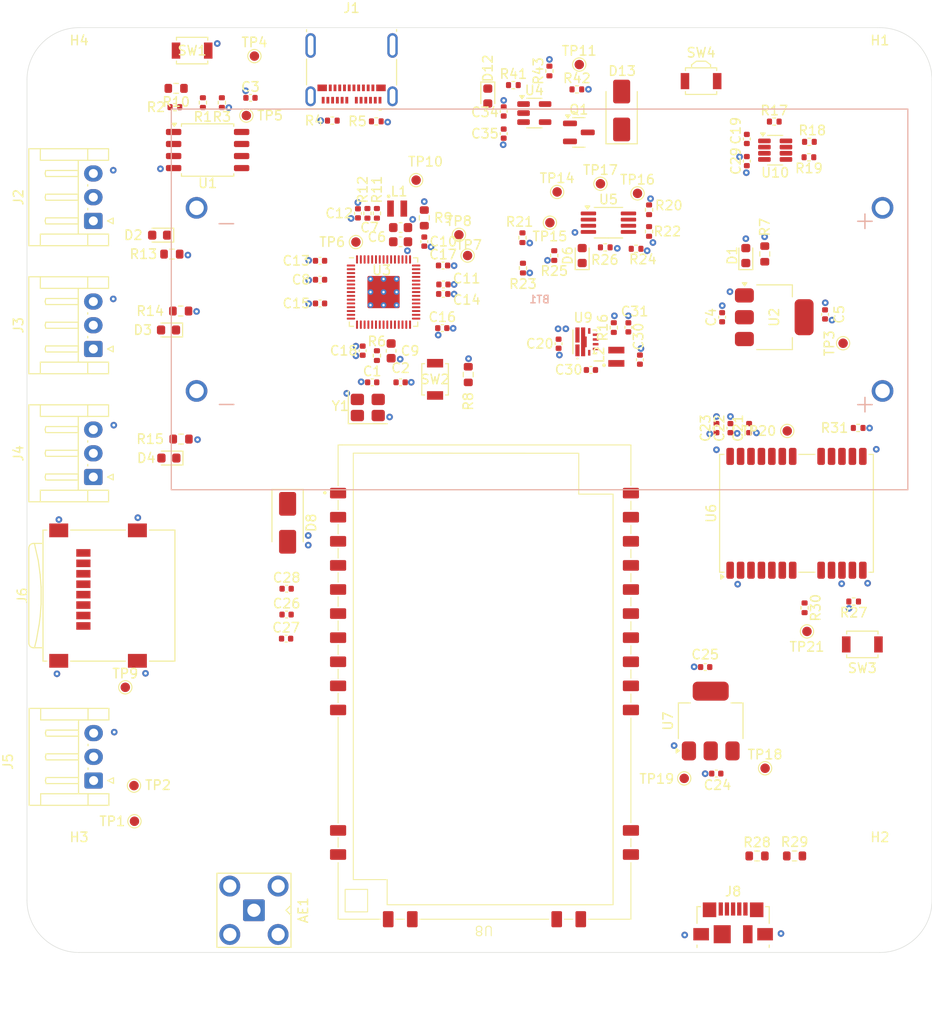
<source format=kicad_pcb>
(kicad_pcb (version 20241229) (generator "pcbnew") (generator_version "9.0")
  (layers (0 "F.Cu" signal) (4 "In1.Cu" power) (6 "In2.Cu" power) (2 "B.Cu" signal) (13 "F.Paste" user) (15 "B.Paste" user) (5 "F.SilkS" user "F.Silkscreen") (7 "B.SilkS" user "B.Silkscreen") (1 "F.Mask" user) (3 "B.Mask" user) (25 "Edge.Cuts" user))
  (net 0 "")
  (net 1 "/MCU/XIN")
  (net 2 "Net-(C2-Pad2)")
  (net 3 "+3V3")
  (net 4 "+5V")
  (net 5 "+1V1")
  (net 6 "/MCU/VREG_AVDD")
  (net 7 "VBUS2")
  (net 8 "Net-(D1-K)")
  (net 9 "TX0")
  (net 10 "Net-(D2-K)")
  (net 11 "TX1")
  (net 12 "Net-(D3-K)")
  (net 13 "TX2")
  (net 14 "Net-(D4-K)")
  (net 15 "Net-(D6-K)")
  (net 16 "Net-(D6-A)")
  (net 19 "USB_D-")
  (net 21 "USB_D+")
  (net 22 "Net-(J1-CC1)")
  (net 25 "Net-(J1-CC2)")
  (net 27 "RX0")
  (net 28 "RX1")
  (net 29 "RX2")
  (net 30 "SWCLK")
  (net 31 "SWD")
  (net 32 "MOSI1")
  (net 33 "MISO1")
  (net 34 "SCK1")
  (net 36 "CS1")
  (net 38 "USB_DP")
  (net 39 "USB_DM")
  (net 41 "/MCU/GPIO0")
  (net 42 "/MCU/FLASH_SS")
  (net 43 "/MCU/QSPI_SS")
  (net 44 "/MCU/XOUT")
  (net 45 "Net-(R8-Pad2)")
  (net 46 "/MCU/~{USB_BOOT}")
  (net 47 "Net-(U3-USB_DP)")
  (net 48 "Net-(U3-USB_DM)")
  (net 49 "Net-(U5-A0)")
  (net 50 "SCL")
  (net 51 "Net-(U5-A1)")
  (net 52 "SDA")
  (net 53 "Net-(U5-A2)")
  (net 54 "Net-(R27-Pad1)")
  (net 55 "Net-(U6-USB_DM)")
  (net 56 "Net-(U6-USB_DP)")
  (net 57 "Net-(U6-VDD_USB)")
  (net 58 "EN")
  (net 59 "Net-(U3-RUN)")
  (net 60 "Net-(U6-~{RESET})")
  (net 61 "/MCU/QSPI_SD3")
  (net 62 "/MCU/QSPI_SCLK")
  (net 63 "/MCU/QSPI_SD0")
  (net 64 "/MCU/QSPI_SD2")
  (net 65 "/MCU/QSPI_SD1")
  (net 67 "GNSS_MOSI")
  (net 69 "GNSS_MISO")
  (net 74 "GNSS_CS")
  (net 75 "GNSS_SCK")
  (net 76 "RF_IN")
  (net 78 "/MCU/VREG_LX")
  (net 81 "SD_MISO")
  (net 86 "SD_SCK")
  (net 93 "SD_CS")
  (net 96 "SD_MOSI")
  (net 97 "VDD_USB")
  (net 98 "Net-(D8-A1)")
  (net 99 "RX?")
  (net 104 "IO?")
  (net 106 "TX?")
  (net 108 "Net-(AE1-A)")
  (net 121 "AUX")
  (net 122 "Net-(U10-IN-)")
  (net 123 "Net-(U10-IN+)")
  (net 124 "Net-(D12-K)")
  (net 125 "Net-(U4-STAT)")
  (net 126 "Net-(U4-PROG)")
  (net 127 "Net-(D13-K)")
  (net 128 "B+")
  (net 129 "GND")
  (net 130 "Net-(U9-SW)")
  (net 131 "Net-(U9-CC)")
  (net 132 "VCC")
  (net 133 "VBUS")
  (footprint "Capacitor_SMD:C_0402_1005Metric" (layer "F.Cu") (at 123.3932 99.8728)
    (property "Reference" "C26" (at 0 -1.16 0) (layer "F.SilkS"))
    (property "Value" "22uF")
    (pad "1" smd roundrect (at -0.48 0) (size 0.56 0.62) (layers "F.Cu" "F.Mask" "F.Paste") (net 4 "+5V"))
    (pad "2" smd roundrect (at 0.48 0) (size 0.56 0.62) (layers "F.Cu" "F.Mask" "F.Paste") (net 98 "Net-(D8-A1)"))
  )
  (footprint "Resistor_SMD:R_0402_1005Metric" (layer "F.Cu") (at 157.0228 61.1632)
    (property "Reference" "R26" (at -0.0508 1.3208 0) (layer "F.SilkS"))
    (property "Value" "1k")
    (pad "1" smd roundrect (at -0.51 0) (size 0.54 0.64) (layers "F.Cu" "F.Mask" "F.Paste") (net 15 "Net-(D6-K)"))
    (pad "2" smd roundrect (at 0.51 0) (size 0.54 0.64) (layers "F.Cu" "F.Mask" "F.Paste") (net 129 "GND"))
  )
  (footprint "Button_Switch_SMD:SW_SPST_B3U-3000P" (layer "F.Cu") (at 167.132 43.6372)
    (property "Reference" "SW4" (at 0 -3 0) (layer "F.SilkS"))
    (property "Value" "SW_SPST")
    (pad "1" smd rect (at -1.700001 0) (size 0.9 1.7) (layers "F.Cu" "F.Mask" "F.Paste") (net 127 "Net-(D13-K)"))
    (pad "2" smd rect (at 1.700001 0) (size 0.9 1.7) (layers "F.Cu" "F.Mask" "F.Paste") (net 132 "VCC"))
  )
  (footprint "Diode_SMD:D_SMA" (layer "F.Cu") (at 123.5 90.2 -90)
    (property "Reference" "D8" (at 0 -2.5 90) (layer "F.SilkS"))
    (property "Value" "SMAJ6.0CA")
    (pad "1" smd roundrect (at -2.000001 0 270) (size 2.5 1.8) (layers "F.Cu" "F.Mask" "F.Paste") (roundrect_rratio 0.1388888889) (net 98 "Net-(D8-A1)"))
    (pad "2" smd roundrect (at 2.000001 0 270) (size 2.5 1.8) (layers "F.Cu" "F.Mask" "F.Paste") (roundrect_rratio 0.1388888889) (net 4 "+5V"))
  )
  (footprint "Resistor_SMD:R_0402_1005Metric" (layer "F.Cu") (at 178.513199 51.6636 180)
    (property "Reference" "R19" (at 0 -1.17 0) (layer "F.SilkS"))
    (property "Value" "0")
    (pad "1" smd roundrect (at -0.509999 0 180) (size 0.54 0.64) (layers "F.Cu" "F.Mask" "F.Paste") (net 132 "VCC"))
    (pad "2" smd roundrect (at 0.509999 0 180) (size 0.54 0.64) (layers "F.Cu" "F.Mask" "F.Paste") (net 122 "Net-(U10-IN-)"))
  )
  (footprint "Resistor_SMD:R_0603_1608Metric" (layer "F.Cu") (at 137.925 58.055 -90)
    (property "Reference" "R9" (at 0 -2 0) (layer "F.SilkS"))
    (property "Value" "33")
    (pad "1" smd roundrect (at -0.825 0 270) (size 0.8 0.95) (layers "F.Cu" "F.Mask" "F.Paste") (net 3 "+3V3"))
    (pad "2" smd roundrect (at 0.825 0 270) (size 0.8 0.95) (layers "F.Cu" "F.Mask" "F.Paste") (net 6 "/MCU/VREG_AVDD"))
  )
  (footprint "Resistor_SMD:R_0402_1005Metric" (layer "F.Cu") (at 157.9226 69.6184 90)
    (property "Reference" "R16" (at 0 -1.17 90) (layer "F.SilkS"))
    (property "Value" "36k")
    (pad "1" smd roundrect (at -0.509999 0 90) (size 0.54 0.64) (layers "F.Cu" "F.Mask" "F.Paste") (net 131 "Net-(U9-CC)"))
    (pad "2" smd roundrect (at 0.509999 0 90) (size 0.54 0.64) (layers "F.Cu" "F.Mask" "F.Paste") (net 129 "GND"))
  )
  (footprint "MountingHole:MountingHole_3.2mm_M3" (layer "F.Cu") (at 186 43.5)
    (property "Reference" "H1" (at 0 -4.15 0) (layer "F.SilkS"))
    (property "Value" "MountingHole")
    (pad "" np_thru_hole circle (at 0 0) (size 3.2 3.2) (drill 3.2) (layers "*.Cu" "*.Mask"))
  )
  (footprint "TPS61235PRWLR:CONV_TPS61235PRWLR" (layer "F.Cu") (at 154.8568 71.124 90)
    (property "Reference" "U9" (at 2.544 -0.1708 180) (layer "F.SilkS") (effects (font (size 1.001835 1.001835))))
    (property "Value" "TPS61235PRWLR")
    (fp_poly (pts (xy -0.558849 0.04) (xy 0.5575 0.04) (xy 0.5575 0.200485) (xy -0.558849 0.200485)) (stroke (width 0.01)) (fill yes) (layer "F.Cu"))
    (pad "1" smd rect (at -0.9 -0.77 90) (size 1.24 0.44) (layers "F.Cu") (net 129 "GND"))
    (pad "2" smd rect (at 0 -0.17 90) (size 3.04 0.44) (layers "F.Cu") (net 130 "Net-(U9-SW)"))
    (pad "3" smd rect (at -1.15 0.475 90) (size 0.6 0.25) (layers "F.Cu" "F.Paste") (net 132 "VCC"))
    (pad "4" smd rect (at -0.75 1.15 90) (size 0.25 0.6) (layers "F.Cu" "F.Paste") (net 131 "Net-(U9-CC)"))
    (pad "5" smd rect (at -0.25 1.15 90) (size 0.25 0.6) (layers "F.Cu" "F.Paste") (net 129 "GND"))
    (pad "6" smd rect (at 0.25 1.15 90) (size 0.25 0.6) (layers "F.Cu" "F.Paste") (net 4 "+5V"))
    (pad "7" smd rect (at 0.75 1.15 90) (size 0.25 0.6) (layers "F.Cu" "F.Paste") (net 132 "VCC"))
    (pad "8" smd rect (at 1.15 0.475 90) (size 0.6 0.25) (layers "F.Cu" "F.Paste") (net 129 "GND"))
    (pad "9" smd rect (at 0.725 -0.77 90) (size 1.59 0.44) (layers "F.Cu") (net 4 "+5V"))
  )
  (footprint "Capacitor_SMD:C_0402_1005Metric" (layer "F.Cu") (at 155.507 74.0888)
    (property "Reference" "C30" (at -2.345 -0.0224 0) (layer "F.SilkS"))
    (property "Value" "1uF")
    (pad "1" smd roundrect (at -0.48 0) (size 0.56 0.62) (layers "F.Cu" "F.Mask" "F.Paste") (net 123 "Net-(U10-IN+)"))
    (pad "2" smd roundrect (at 0.48 0) (size 0.56 0.62) (layers "F.Cu" "F.Mask" "F.Paste") (net 122 "Net-(U10-IN-)"))
  )
  (footprint "Resistor_SMD:R_0402_1005Metric" (layer "F.Cu") (at 132.8612 47.879)
    (property "Reference" "R5" (at -1.99 0 0) (layer "F.SilkS"))
    (property "Value" "5k1")
    (pad "1" smd roundrect (at -0.51 0) (size 0.54 0.64) (layers "F.Cu" "F.Mask" "F.Paste") (net 22 "Net-(J1-CC1)"))
    (pad "2" smd roundrect (at 0.51 0) (size 0.54 0.64) (layers "F.Cu" "F.Mask" "F.Paste") (net 129 "GND"))
  )
  (footprint "Package_TO_SOT_SMD:SOT-223-3_TabPin2" (layer "F.Cu") (at 168.148 111.0996 90)
    (property "Reference" "U7" (at 0 -4.5 90) (layer "F.SilkS"))
    (property "Value" "AMS1117-3.3")
    (pad "1" smd roundrect (at -3.15 -2.3 90) (size 2 1.5) (layers "F.Cu" "F.Mask" "F.Paste") (net 129 "GND"))
    (pad "2" smd roundrect (at -3.15 0 90) (size 2 1.5) (layers "F.Cu" "F.Mask" "F.Paste") (net 97 "VDD_USB"))
    (pad "2" smd roundrect (at 3.15 0 90) (size 2 3.8) (layers "F.Cu" "F.Mask" "F.Paste") (net 97 "VDD_USB"))
    (pad "3" smd roundrect (at -3.15 2.3 90) (size 2 1.5) (layers "F.Cu" "F.Mask" "F.Paste") (net 7 "VBUS2"))
  )
  (footprint "Capacitor_SMD:C_0402_1005Metric" (layer "F.Cu") (at 160.6804 72.9996 90)
    (property "Reference" "C30" (at 2.4384 -0.1524 90) (layer "F.SilkS"))
    (property "Value" "10uF")
    (pad "1" smd roundrect (at -0.48 0 90) (size 0.56 0.62) (layers "F.Cu" "F.Mask" "F.Paste") (net 132 "VCC"))
    (pad "2" smd roundrect (at 0.48 0 90) (size 0.56 0.62) (layers "F.Cu" "F.Mask" "F.Paste") (net 129 "GND"))
  )
  (footprint "Package_TO_SOT_SMD:SOT-23-8" (layer "F.Cu") (at 174.953199 50.918)
    (property "Reference" "U10" (at 0 2.371201 0) (layer "F.SilkS"))
    (property "Value" "INA219AxDCN")
    (pad "1" smd roundrect (at -1.1375 -0.975) (size 1.325 0.5) (layers "F.Cu" "F.Mask" "F.Paste") (net 123 "Net-(U10-IN+)"))
    (pad "2" smd roundrect (at -1.1375 -0.325) (size 1.325 0.5) (layers "F.Cu" "F.Mask" "F.Paste") (net 122 "Net-(U10-IN-)"))
    (pad "3" smd roundrect (at -1.1375 0.325) (size 1.325 0.5) (layers "F.Cu" "F.Mask" "F.Paste") (net 129 "GND"))
    (pad "4" smd roundrect (at -1.1375 0.975) (size 1.325 0.5) (layers "F.Cu" "F.Mask" "F.Paste") (net 3 "+3V3"))
    (pad "5" smd roundrect (at 1.1375 0.975) (size 1.325 0.5) (layers "F.Cu" "F.Mask" "F.Paste") (net 50 "SCL"))
    (pad "6" smd roundrect (at 1.1375 0.325) (size 1.325 0.5) (layers "F.Cu" "F.Mask" "F.Paste") (net 52 "SDA"))
    (pad "7" smd roundrect (at 1.1375 -0.325) (size 1.325 0.5) (layers "F.Cu" "F.Mask" "F.Paste") (net 129 "GND"))
    (pad "8" smd roundrect (at 1.1375 -0.975) (size 1.325 0.5) (layers "F.Cu" "F.Mask" "F.Paste") (net 129 "GND"))
  )
  (footprint "TestPoint:TestPoint_Pad_D1.0mm" (layer "F.Cu") (at 178.308 101.6508)
    (property "Reference" "TP21" (at 0 1.6256 0) (layer "F.SilkS"))
    (property "Value" "TestPoint")
    (pad "1" smd circle (at 0 0) (size 1 1) (layers "F.Cu" "F.Mask") (net 97 "VDD_USB"))
  )
  (footprint "Capacitor_SMD:C_0402_1005Metric" (layer "F.Cu") (at 180.212001 68.2304 90)
    (property "Reference" "C5" (at 0 1.5 90) (layer "F.SilkS"))
    (property "Value" "10u")
    (pad "1" smd roundrect (at -0.48 0 90) (size 0.56 0.62) (layers "F.Cu" "F.Mask" "F.Paste") (net 3 "+3V3"))
    (pad "2" smd roundrect (at 0.48 0 90) (size 0.56 0.62) (layers "F.Cu" "F.Mask" "F.Paste") (net 129 "GND"))
  )
  (footprint "LED_SMD:LED_0603_1608Metric" (layer "F.Cu") (at 110.9725 83.375 180)
    (property "Reference" "D4" (at 2.3875 0 0) (layer "F.SilkS"))
    (property "Value" "LED")
    (pad "1" smd roundrect (at -0.7875 0 180) (size 0.875 0.95) (layers "F.Cu" "F.Mask" "F.Paste") (net 14 "Net-(D4-K)"))
    (pad "2" smd roundrect (at 0.7875 0 180) (size 0.875 0.95) (layers "F.Cu" "F.Mask" "F.Paste") (net 13 "TX2"))
  )
  (footprint "Button_Switch_SMD:SW_SPST_B3U-1000P" (layer "F.Cu") (at 184.15 103.0224 180)
    (property "Reference" "SW3" (at 0 -2.5 0) (layer "F.SilkS"))
    (property "Value" "SW_Push")
    (pad "1" smd rect (at -1.700001 0 180) (size 0.9 1.7) (layers "F.Cu" "F.Mask" "F.Paste") (net 54 "Net-(R27-Pad1)"))
    (pad "2" smd rect (at 1.700001 0 180) (size 0.9 1.7) (layers "F.Cu" "F.Mask" "F.Paste") (net 60 "Net-(U6-~{RESET})"))
  )
  (footprint "RF_GPS:ublox_NEO" (layer "F.Cu") (at 177.2 89.2 90)
    (property "Reference" "U6" (at 0 -9 90) (layer "F.SilkS"))
    (property "Value" "NEO-M8N")
    (pad "1" smd roundrect (at -6 -7 90) (size 1.8 0.8) (layers "F.Cu" "F.Mask" "F.Paste"))
    (pad "2" smd roundrect (at -6 -5.9 90) (size 1.8 0.8) (layers "F.Cu" "F.Mask" "F.Paste") (net 129 "GND"))
    (pad "3" smd roundrect (at -6 -4.8 90) (size 1.8 0.8) (layers "F.Cu" "F.Mask" "F.Paste"))
    (pad "4" smd roundrect (at -6 -3.7 90) (size 1.8 0.8) (layers "F.Cu" "F.Mask" "F.Paste"))
    (pad "5" smd roundrect (at -6 -2.6 90) (size 1.8 0.8) (layers "F.Cu" "F.Mask" "F.Paste") (net 55 "Net-(U6-USB_DM)"))
    (pad "6" smd roundrect (at -6 -1.5 90) (size 1.8 0.8) (layers "F.Cu" "F.Mask" "F.Paste") (net 56 "Net-(U6-USB_DP)"))
    (pad "7" smd roundrect (at -6 -0.4 90) (size 1.8 0.8) (layers "F.Cu" "F.Mask" "F.Paste") (net 57 "Net-(U6-VDD_USB)"))
    (pad "8" smd roundrect (at -6 2.6 90) (size 1.8 0.8) (layers "F.Cu" "F.Mask" "F.Paste") (net 60 "Net-(U6-~{RESET})"))
    (pad "9" smd roundrect (at -6 3.7 90) (size 1.8 0.8) (layers "F.Cu" "F.Mask" "F.Paste"))
    (pad "10" smd roundrect (at -6 4.8 90) (size 1.8 0.8) (layers "F.Cu" "F.Mask" "F.Paste") (net 129 "GND"))
    (pad "11" smd roundrect (at -6 5.9 90) (size 1.8 0.8) (layers "F.Cu" "F.Mask" "F.Paste") (net 76 "RF_IN"))
    (pad "12" smd roundrect (at -6 7 90) (size 1.8 0.8) (layers "F.Cu" "F.Mask" "F.Paste") (net 129 "GND"))
    (pad "13" smd roundrect (at 6 7 90) (size 1.8 0.8) (layers "F.Cu" "F.Mask" "F.Paste") (net 129 "GND"))
    (pad "14" smd roundrect (at 6 5.9 90) (size 1.8 0.8) (layers "F.Cu" "F.Mask" "F.Paste") (net 58 "EN"))
    (pad "15" smd roundrect (at 6 4.8 90) (size 1.8 0.8) (layers "F.Cu" "F.Mask" "F.Paste"))
    (pad "16" smd roundrect (at 6 3.7 90) (size 1.8 0.8) (layers "F.Cu" "F.Mask" "F.Paste"))
    (pad "17" smd roundrect (at 6 2.6 90) (size 1.8 0.8) (layers "F.Cu" "F.Mask" "F.Paste"))
    (pad "18" smd roundrect (at 6 -0.4 90) (size 1.8 0.8) (layers "F.Cu" "F.Mask" "F.Paste") (net 74 "GNSS_CS"))
    (pad "19" smd roundrect (at 6 -1.5 90) (size 1.8 0.8) (layers "F.Cu" "F.Mask" "F.Paste") (net 75 "GNSS_SCK"))
    (pad "20" smd roundrect (at 6 -2.6 90) (size 1.8 0.8) (layers "F.Cu" "F.Mask" "F.Paste") (net 69 "GNSS_MISO"))
    (pad "21" smd roundrect (at 6 -3.7 90) (size 1.8 0.8) (layers "F.Cu" "F.Mask" "F.Paste") (net 67 "GNSS_MOSI"))
    (pad "22" smd roundrect (at 6 -4.8 90) (size 1.8 0.8) (layers "F.Cu" "F.Mask" "F.Paste") (net 3 "+3V3"))
    (pad "23" smd roundrect (at 6 -5.9 90) (size 1.8 0.8) (layers "F.Cu" "F.Mask" "F.Paste") (net 3 "+3V3"))
    (pad "24" smd roundrect (at 6 -7 90) (size 1.8 0.8) (layers "F.Cu" "F.Mask" "F.Paste") (net 129 "GND"))
  )
  (footprint "LED_SMD:LED_0603_1608Metric" (layer "F.Cu") (at 110.935 69.875 180)
    (property "Reference" "D3" (at 2.7125 0 0) (layer "F.SilkS"))
    (property "Value" "LED")
    (pad "1" smd roundrect (at -0.7875 0 180) (size 0.875 0.95) (layers "F.Cu" "F.Mask" "F.Paste") (net 12 "Net-(D3-K)"))
    (pad "2" smd roundrect (at 0.7875 0 180) (size 0.875 0.95) (layers "F.Cu" "F.Mask" "F.Paste") (net 11 "TX1"))
  )
  (footprint "TestPoint:TestPoint_Pad_D1.0mm" (layer "F.Cu") (at 151.9428 55.3212)
    (property "Reference" "TP14" (at 0 -1.448 0) (layer "F.SilkS"))
    (property "Value" "TestPoint")
    (pad "1" smd circle (at 0 0) (size 1 1) (layers "F.Cu" "F.Mask") (net 3 "+3V3"))
  )
  (footprint "TestPoint:TestPoint_Pad_D1.0mm" (layer "F.Cu") (at 182.118 71.2724 90)
    (property "Reference" "TP3" (at 0 -1.448001 90) (layer "F.SilkS"))
    (property "Value" "TestPoint")
    (pad "1" smd circle (at 0 0 90) (size 1 1) (layers "F.Cu" "F.Mask") (net 3 "+3V3"))
  )
  (footprint "Resistor_SMD:R_0402_1005Metric" (layer "F.Cu") (at 128.2192 47.8028 180)
    (property "Reference" "R4" (at 1.9304 0 0) (layer "F.SilkS"))
    (property "Value" "5k1")
    (pad "1" smd roundrect (at -0.51 0 180) (size 0.54 0.64) (layers "F.Cu" "F.Mask" "F.Paste") (net 25 "Net-(J1-CC2)"))
    (pad "2" smd roundrect (at 0.51 0 180) (size 0.54 0.64) (layers "F.Cu" "F.Mask" "F.Paste") (net 129 "GND"))
  )
  (footprint "Resistor_SMD:R_0603_1608Metric" (layer "F.Cu") (at 173.853201 61.8542 90)
    (property "Reference" "R7" (at 2.825 0 90) (layer "F.SilkS"))
    (property "Value" "1k5")
    (pad "1" smd roundrect (at -0.825 0 90) (size 0.8 0.95) (layers "F.Cu" "F.Mask" "F.Paste") (net 8 "Net-(D1-K)"))
    (pad "2" smd roundrect (at 0.825 0 90) (size 0.8 0.95) (layers "F.Cu" "F.Mask" "F.Paste") (net 129 "GND"))
  )
  (footprint "Capacitor_SMD:C_0402_1005Metric" (layer "F.Cu") (at 123.4 97.15)
    (property "Reference" "C28" (at 0 -1.16 0) (layer "F.SilkS"))
    (property "Value" "100uF")
    (pad "1" smd roundrect (at -0.48 0) (size 0.56 0.62) (layers "F.Cu" "F.Mask" "F.Paste") (net 4 "+5V"))
    (pad "2" smd roundrect (at 0.48 0) (size 0.56 0.62) (layers "F.Cu" "F.Mask" "F.Paste") (net 98 "Net-(D8-A1)"))
  )
  (footprint "Capacitor_SMD:C_0402_1005Metric" (layer "F.Cu") (at 132.425 75.3924)
    (property "Reference" "C1" (at 0 -1.16 0) (layer "F.SilkS"))
    (property "Value" "15p")
    (pad "1" smd roundrect (at -0.48 0) (size 0.56 0.62) (layers "F.Cu" "F.Mask" "F.Paste") (net 129 "GND"))
    (pad "2" smd roundrect (at 0.48 0) (size 0.56 0.62) (layers "F.Cu" "F.Mask" "F.Paste") (net 1 "/MCU/XIN"))
  )
  (footprint "Capacitor_SMD:C_0402_1005Metric" (layer "F.Cu") (at 152.0952 71.3232 -90)
    (property "Reference" "C20" (at 0 1.978368 0) (layer "F.SilkS"))
    (property "Value" "22uF")
    (pad "1" smd roundrect (at -0.48 0 270) (size 0.56 0.62) (layers "F.Cu" "F.Mask" "F.Paste") (net 4 "+5V"))
    (pad "2" smd roundrect (at 0.48 0 270) (size 0.56 0.62) (layers "F.Cu" "F.Mask" "F.Paste") (net 129 "GND"))
  )
  (footprint "Capacitor_SMD:C_0402_1005Metric" (layer "F.Cu") (at 139.925 66.075)
    (property "Reference" "C14" (at 2.475 0.625 0) (layer "F.SilkS"))
    (property "Value" "100n")
    (pad "1" smd roundrect (at -0.48 0) (size 0.56 0.62) (layers "F.Cu" "F.Mask" "F.Paste") (net 3 "+3V3"))
    (pad "2" smd roundrect (at 0.48 0) (size 0.56 0.62) (layers "F.Cu" "F.Mask" "F.Paste") (net 129 "GND"))
  )
  (footprint "TestPoint:TestPoint_Pad_D1.0mm" (layer "F.Cu") (at 151.1808 58.5626 180)
    (property "Reference" "TP15" (at 0 -1.448001 0) (layer "F.SilkS"))
    (property "Value" "TestPoint")
    (pad "1" smd circle (at 0 0 180) (size 1 1) (layers "F.Cu" "F.Mask") (net 3 "+3V3"))
  )
  (footprint "Capacitor_SMD:C_0402_1005Metric" (layer "F.Cu") (at 131.425 72.055 -90)
    (property "Reference" "C18" (at 0 2 0) (layer "F.SilkS"))
    (property "Value" "100n")
    (pad "1" smd roundrect (at -0.48 0 270) (size 0.56 0.62) (layers "F.Cu" "F.Mask" "F.Paste") (net 3 "+3V3"))
    (pad "2" smd roundrect (at 0.48 0 270) (size 0.56 0.62) (layers "F.Cu" "F.Mask" "F.Paste") (net 129 "GND"))
  )
  (footprint "Capacitor_SMD:C_0402_1005Metric" (layer "F.Cu") (at 170.23 80.22 90)
    (property "Reference" "C22" (at 0 -1.16 90) (layer "F.SilkS"))
    (property "Value" "1uF")
    (pad "1" smd roundrect (at -0.48 0 90) (size 0.56 0.62) (layers "F.Cu" "F.Mask" "F.Paste") (net 3 "+3V3"))
    (pad "2" smd roundrect (at 0.48 0 90) (size 0.56 0.62) (layers "F.Cu" "F.Mask" "F.Paste") (net 129 "GND"))
  )
  (footprint "TestPoint:TestPoint_Pad_D1.0mm" (layer "F.Cu") (at 156.5148 54.4576)
    (property "Reference" "TP17" (at 0 -1.448 0) (layer "F.SilkS"))
    (property "Value" "TestPoint")
    (pad "1" smd circle (at 0 0) (size 1 1) (layers "F.Cu" "F.Mask") (net 3 "+3V3"))
  )
  (footprint "TestPoint:TestPoint_Pad_D1.0mm" (layer "F.Cu") (at 107.2896 117.9068)
    (property "Reference" "TP2" (at 2.54 -0.0508 0) (layer "F.SilkS"))
    (property "Value" "TestPoint")
    (pad "1" smd circle (at 0 0) (size 1 1) (layers "F.Cu" "F.Mask") (net 31 "SWD"))
  )
  (footprint "Resistor_SMD:R_0402_1005Metric" (layer "F.Cu") (at 114.562 45.9016 90)
    (property "Reference" "R1" (at -1.5 0 0) (layer "F.SilkS"))
    (property "Value" "DNF")
    (pad "1" smd roundrect (at -0.51 0 90) (size 0.54 0.64) (layers "F.Cu" "F.Mask" "F.Paste") (net 41 "/MCU/GPIO0"))
    (pad "2" smd roundrect (at 0.51 0 90) (size 0.54 0.64) (layers "F.Cu" "F.Mask" "F.Paste") (net 42 "/MCU/FLASH_SS"))
  )
  (footprint "Resistor_SMD:R_0603_1608Metric" (layer "F.Cu") (at 176.9994 125.3236 180)
    (property "Reference" "R29" (at 0 1.4732 0) (layer "F.SilkS"))
    (property "Value" "27")
    (pad "1" smd roundrect (at -0.825 0 180) (size 0.8 0.95) (layers "F.Cu" "F.Mask" "F.Paste") (net 38 "USB_DP"))
    (pad "2" smd roundrect (at 0.825 0 180) (size 0.8 0.95) (layers "F.Cu" "F.Mask" "F.Paste") (net 56 "Net-(U6-USB_DP)"))
  )
  (footprint "RP2350_60QFN_minimal:L_pol_2016" (layer "F.Cu") (at 158.1912 72.6948 90)
    (property "Reference" "L2" (at 0.2 -1.8 90) (layer "F.SilkS"))
    (property "Value" "3.3u")
    (pad "1" smd rect (at -0.7 0 90) (size 0.7 1.7) (layers "F.Cu" "F.Mask" "F.Paste") (net 132 "VCC"))
    (pad "2" smd rect (at 0.7 0 90) (size 0.7 1.7) (layers "F.Cu" "F.Mask" "F.Paste") (net 130 "Net-(U9-SW)"))
  )
  (footprint "Capacitor_SMD:C_0402_1005Metric" (layer "F.Cu") (at 139.905 63.075)
    (property "Reference" "C17" (at 0 -1.16 0) (layer "F.SilkS"))
    (property "Value" "100n")
    (pad "1" smd roundrect (at -0.48 0) (size 0.56 0.62) (layers "F.Cu" "F.Mask" "F.Paste") (net 3 "+3V3"))
    (pad "2" smd roundrect (at 0.48 0) (size 0.56 0.62) (layers "F.Cu" "F.Mask" "F.Paste") (net 129 "GND"))
  )
  (footprint "Resistor_SMD:R_0402_1005Metric" (layer "F.Cu") (at 132.925 72.575 90)
    (property "Reference" "R6" (at 1.5 0 0) (layer "F.SilkS"))
    (property "Value" "1k")
    (pad "1" smd roundrect (at -0.51 0 90) (size 0.54 0.64) (layers "F.Cu" "F.Mask" "F.Paste") (net 2 "Net-(C2-Pad2)"))
    (pad "2" smd roundrect (at 0.51 0 90) (size 0.54 0.64) (layers "F.Cu" "F.Mask" "F.Paste") (net 44 "/MCU/XOUT"))
  )
  (footprint "TestPoint:TestPoint_Pad_D1.0mm" (layer "F.Cu") (at 130.7084 60.6044)
    (property "Reference" "TP6" (at -2.5 0 0) (layer "F.SilkS"))
    (property "Value" "TestPoint")
    (pad "1" smd circle (at 0 0) (size 1 1) (layers "F.Cu" "F.Mask") (net 3 "+3V3"))
  )
  (footprint "TestPoint:TestPoint_Pad_D1.0mm" (layer "F.Cu") (at 173.8884 116.078)
    (property "Reference" "TP18" (at 0 -1.448 0) (layer "F.SilkS"))
    (property "Value" "TestPoint")
    (pad "1" smd circle (at 0 0) (size 1 1) (layers "F.Cu" "F.Mask") (net 7 "VBUS2"))
  )
  (footprint "Capacitor_SMD:C_0603_1608Metric" (layer "F.Cu") (at 135.425 59.075)
    (property "Reference" "C7" (at -3.275 0 0) (layer "F.SilkS"))
    (property "Value" "4u7")
    (pad "1" smd roundrect (at -0.775 0) (size 0.9 0.95) (layers "F.Cu" "F.Mask" "F.Paste") (net 5 "+1V1"))
    (pad "2" smd roundrect (at 0.775 0) (size 0.9 0.95) (layers "F.Cu" "F.Mask" "F.Paste") (net 129 "GND"))
  )
  (footprint "Resistor_SMD:R_0402_1005Metric" (layer "F.Cu") (at 131.925 57.575 90)
    (property "Reference" "R12" (at 2.5 -0.5 90) (layer "F.SilkS"))
    (property "Value" "27")
    (pad "1" smd roundrect (at -0.51 0 90) (size 0.54 0.64) (layers "F.Cu" "F.Mask" "F.Paste") (net 48 "Net-(U3-USB_DM)"))
    (pad "2" smd roundrect (at 0.51 0 90) (size 0.54 0.64) (layers "F.Cu" "F.Mask" "F.Paste") (net 19 "USB_D-"))
  )
  (footprint "Resistor_SMD:R_0402_1005Metric" (layer "F.Cu") (at 154.025298 44.506799)
    (property "Reference" "R42" (at 0 -1.17 0) (layer "F.SilkS"))
    (property "Value" "2k")
    (pad "1" smd roundrect (at -0.509999 0) (size 0.54 0.64) (layers "F.Cu" "F.Mask" "F.Paste") (net 126 "Net-(U4-PROG)"))
    (pad "2" smd roundrect (at 0.509999 0) (size 0.54 0.64) (layers "F.Cu" "F.Mask" "F.Paste") (net 129 "GND"))
  )
  (footprint "Capacitor_SMD:C_0402_1005Metric" (layer "F.Cu") (at 171.959999 52.07 90)
    (property "Reference" "C29" (at 0 -1.16 90) (layer "F.SilkS"))
    (property "Value" "1uF")
    (pad "1" smd roundrect (at -0.48 0 90) (size 0.56 0.62) (layers "F.Cu" "F.Mask" "F.Paste") (net 3 "+3V3"))
    (pad "2" smd roundrect (at 0.48 0 90) (size 0.56 0.62) (layers "F.Cu" "F.Mask" "F.Paste") (net 129 "GND"))
  )
  (footprint "TestPoint:TestPoint_Pad_D1.0mm" (layer "F.Cu") (at 176.2252 80.518)
    (property "Reference" "TP20" (at -3 0 0) (layer "F.SilkS"))
    (property "Value" "TestPoint")
    (pad "1" smd circle (at 0 0) (size 1 1) (layers "F.Cu" "F.Mask") (net 3 "+3V3"))
  )
  (footprint "Resistor_SMD:R_0402_1005Metric" (layer "F.Cu") (at 116.562 45.9016 90)
    (property "Reference" "R3" (at -1.5 0 0) (layer "F.SilkS"))
    (property "Value" "10k")
    (pad "1" smd roundrect (at -0.51 0 90) (size 0.54 0.64) (layers "F.Cu" "F.Mask" "F.Paste") (net 3 "+3V3"))
    (pad "2" smd roundrect (at 0.51 0 90) (size 0.54 0.64) (layers "F.Cu" "F.Mask" "F.Paste") (net 42 "/MCU/FLASH_SS"))
  )
  (footprint "Capacitor_SMD:C_0402_1005Metric" (layer "F.Cu") (at 126.925 62.575 180)
    (property "Reference" "C13" (at 2.5 0 0) (layer "F.SilkS"))
    (property "Value" "100n")
    (pad "1" smd roundrect (at -0.48 0 180) (size 0.56 0.62) (layers "F.Cu" "F.Mask" "F.Paste") (net 3 "+3V3"))
    (pad "2" smd roundrect (at 0.48 0 180) (size 0.56 0.62) (layers "F.Cu" "F.Mask" "F.Paste") (net 129 "GND"))
  )
  (footprint "TestPoint:TestPoint_Pad_D1.0mm" (layer "F.Cu") (at 160.4264 55.4736)
    (property "Reference" "TP16" (at 0 -1.448 0) (layer "F.SilkS"))
    (property "Value" "TestPoint")
    (pad "1" smd circle (at 0 0) (size 1 1) (layers "F.Cu" "F.Mask") (net 3 "+3V3"))
  )
  (footprint "Connector_Coaxial:SMA_BAT_Wireless_BWSMA-KWE-Z001" (layer "F.Cu") (at 119.95 131.05 180)
    (property "Reference" "AE1" (at -5.2 0 90) (layer "F.SilkS"))
    (property "Value" "Antenna")
    (pad "1" thru_hole roundrect (at 0 0 180) (size 2.3 2.3) (drill 1.4) (layers "*.Cu" "*.Mask") (roundrect_rratio 0.087) (net 108 "Net-(AE1-A)"))
    (pad "2" thru_hole circle (at -2.55 -2.55 180) (size 2.2 2.2) (drill 1.4) (layers "*.Cu" "*.Mask"))
    (pad "2" thru_hole circle (at -2.55 2.55 180) (size 2.2 2.2) (drill 1.4) (layers "*.Cu" "*.Mask"))
    (pad "2" thru_hole circle (at 2.55 -2.55 180) (size 2.2 2.2) (drill 1.4) (layers "*.Cu" "*.Mask"))
    (pad "2" thru_hole circle (at 2.55 2.55 180) (size 2.2 2.2) (drill 1.4) (layers "*.Cu" "*.Mask"))
  )
  (footprint "LED_SMD:LED_0603_1608Metric" (layer "F.Cu") (at 110 59.875 180)
    (property "Reference" "D2" (at 2.7875 0 0) (layer "F.SilkS"))
    (property "Value" "LED")
    (pad "1" smd roundrect (at -0.7875 0 180) (size 0.875 0.95) (layers "F.Cu" "F.Mask" "F.Paste") (net 10 "Net-(D2-K)"))
    (pad "2" smd roundrect (at 0.7875 0 180) (size 0.875 0.95) (layers "F.Cu" "F.Mask" "F.Paste") (net 9 "TX0"))
  )
  (footprint "Resistor_SMD:R_0402_1005Metric" (layer "F.Cu") (at 148.336 63.3476 90)
    (property "Reference" "R23" (at -1.6764 0 0) (layer "F.SilkS"))
    (property "Value" "10k")
    (pad "1" smd roundrect (at -0.509999 0 90) (size 0.54 0.64) (layers "F.Cu" "F.Mask" "F.Paste") (net 3 "+3V3"))
    (pad "2" smd roundrect (at 0.509999 0 90) (size 0.54 0.64) (layers "F.Cu" "F.Mask" "F.Paste") (net 52 "SDA"))
  )
  (footprint "Connector_JST:JST_EH_S3B-EH_1x03_P2.50mm_Horizontal" (layer "F.Cu") (at 103 58.375 90)
    (property "Reference" "J2" (at 2.5 -7.9 90) (layer "F.SilkS"))
    (property "Value" "Cube 0 UART")
    (pad "1" thru_hole roundrect (at 0 0 90) (size 1.7 1.95) (drill 0.95) (layers "*.Cu" "*.Mask") (roundrect_rratio 0.147059) (net 9 "TX0"))
    (pad "2" thru_hole oval (at 2.5 0 90) (size 1.7 1.95) (drill 0.95) (layers "*.Cu" "*.Mask") (net 27 "RX0"))
    (pad "3" thru_hole oval (at 5 0 90) (size 1.7 1.95) (drill 0.95) (layers "*.Cu" "*.Mask") (net 129 "GND"))
  )
  (footprint "Capacitor_SMD:C_0603_1608Metric" (layer "F.Cu") (at 134.425 72.075 -90)
    (property "Reference" "C9" (at 0 -2 0) (layer "F.SilkS"))
    (property "Value" "4u7")
    (pad "1" smd roundrect (at -0.775 0 270) (size 0.9 0.95) (layers "F.Cu" "F.Mask" "F.Paste") (net 5 "+1V1"))
    (pad "2" smd roundrect (at 0.775 0 270) (size 0.9 0.95) (layers "F.Cu" "F.Mask" "F.Paste") (net 129 "GND"))
  )
  (footprint "Capacitor_SMD:C_0402_1005Metric" (layer "F.Cu") (at 167.5664 105.41 180)
    (property "Reference" "C25" (at 0 1.3208 0) (layer "F.SilkS"))
    (property "Value" "10uF")
    (pad "1" smd roundrect (at -0.48 0 180) (size 0.56 0.62) (layers "F.Cu" "F.Mask" "F.Paste") (net 97 "VDD_USB"))
    (pad "2" smd roundrect (at 0.48 0 180) (size 0.56 0.62) (layers "F.Cu" "F.Mask" "F.Paste") (net 129 "GND"))
  )
  (footprint "Resistor_SMD:R_0402_1005Metric" (layer "F.Cu") (at 174.855597 47.9044)
    (property "Reference" "R17" (at 0 -1.17 0) (layer "F.SilkS"))
    (property "Value" "0")
    (pad "1" smd roundrect (at -0.509999 0) (size 0.54 0.64) (layers "F.Cu" "F.Mask" "F.Paste") (net 123 "Net-(U10-IN+)"))
    (pad "2" smd roundrect (at 0.509999 0) (size 0.54 0.64) (layers "F.Cu" "F.Mask" "F.Paste") (net 128 "B+"))
  )
  (footprint "Capacitor_SMD:C_0402_1005Metric" (layer "F.Cu") (at 119.582 45.4016)
    (property "Reference" "C3" (at 0 -1.16 0) (layer "F.SilkS"))
    (property "Value" "100n")
    (pad "1" smd roundrect (at -0.48 0) (size 0.56 0.62) (layers "F.Cu" "F.Mask" "F.Paste") (net 3 "+3V3"))
    (pad "2" smd roundrect (at 0.48 0) (size 0.56 0.62) (layers "F.Cu" "F.Mask" "F.Paste") (net 129 "GND"))
  )
  (footprint "Resistor_SMD:R_0603_1608Metric" (layer "F.Cu") (at 142.5625 74.575 -90)
    (property "Reference" "R8" (at 2.825 0 90) (layer "F.SilkS"))
    (property "Value" "1k")
    (pad "1" smd roundrect (at -0.825 0 270) (size 0.8 0.95) (layers "F.Cu" "F.Mask" "F.Paste") (net 129 "GND"))
    (pad "2" smd roundrect (at 0.825 0 270) (size 0.8 0.95) (layers "F.Cu" "F.Mask" "F.Paste") (net 45 "Net-(R8-Pad2)"))
  )
  (footprint "Resistor_SMD:R_0402_1005Metric" (layer "F.Cu") (at 183.710001 80.200002)
    (property "Reference" "R31" (at -2.5 0 0) (layer "F.SilkS"))
    (property "Value" "10k")
    (pad "1" smd roundrect (at -0.509999 0) (size 0.54 0.64) (layers "F.Cu" "F.Mask" "F.Paste") (net 58 "EN"))
    (pad "2" smd roundrect (at 0.509999 0) (size 0.54 0.64) (layers "F.Cu" "F.Mask" "F.Paste") (net 129 "GND"))
  )
  (footprint "Capacitor_SMD:C_0402_1005Metric" (layer "F.Cu") (at 146.304 49.1744 -90)
    (property "Reference" "C35" (at 0 1.9812 180) (layer "F.SilkS"))
    (property "Value" "4.7uF")
    (pad "1" smd roundrect (at -0.48 0 270) (size 0.56 0.62) (layers "F.Cu" "F.Mask" "F.Paste") (net 128 "B+"))
    (pad "2" smd roundrect (at 0.48 0 270) (size 0.56 0.62) (layers "F.Cu" "F.Mask" "F.Paste") (net 129 "GND"))
  )
  (footprint "Resistor_SMD:R_0402_1005Metric" (layer "F.Cu") (at 160.274 61.3156)
    (property "Reference" "R24" (at 0.7112 1.1176 0) (layer "F.SilkS"))
    (property "Value" "10k")
    (pad "1" smd roundrect (at -0.51 0) (size 0.54 0.64) (layers "F.Cu" "F.Mask" "F.Paste") (net 53 "Net-(U5-A2)"))
    (pad "2" smd roundrect (at 0.51 0) (size 0.54 0.64) (layers "F.Cu" "F.Mask" "F.Paste") (net 129 "GND"))
  )
  (footprint "E32-433T37_Module:E32-433T37_Module" (layer "F.Cu") (at 145.6859 117.2012 180)
    (property "Reference" "U8" (at 1.457501 -15.99 180) (layer "F.SilkS") (effects (font (thickness 0.1))))
    (property "Value" "~")
    (pad "1" smd roundrect (at 16.8575 30.13) (size 1.7 1.12) (layers "F.Cu" "F.Mask" "F.Paste") (roundrect_rratio 0.125) (net 98 "Net-(D8-A1)"))
    (pad "2" smd roundrect (at 16.8575 27.590001) (size 1.7 1.12) (layers "F.Cu" "F.Mask" "F.Paste") (roundrect_rratio 0.125) (net 98 "Net-(D8-A1)"))
    (pad "3" smd roundrect (at 16.8575 25.049999) (size 1.7 1.12) (layers "F.Cu" "F.Mask" "F.Paste") (roundrect_rratio 0.125) (net 4 "+5V"))
    (pad "4" smd roundrect (at 16.8575 22.51) (size 1.7 1.12) (layers "F.Cu" "F.Mask" "F.Paste") (roundrect_rratio 0.125) (net 4 "+5V"))
    (pad "5" smd roundrect (at 16.8575 19.97) (size 1.7 1.12) (layers "F.Cu" "F.Mask" "F.Paste") (roundrect_rratio 0.125))
    (pad "6" smd roundrect (at 16.8575 17.43) (size 1.7 1.12) (layers "F.Cu" "F.Mask" "F.Paste") (roundrect_rratio 0.125) (net 121 "AUX"))
    (pad "7" smd roundrect (at 16.857501 14.89) (size 1.7 1.12) (layers "F.Cu" "F.Mask" "F.Paste") (roundrect_rratio 0.125) (net 106 "TX?"))
    (pad "8" smd roundrect (at 16.8575 12.35) (size 1.7 1.12) (layers "F.Cu" "F.Mask" "F.Paste") (roundrect_rratio 0.125) (net 99 "RX?"))
    (pad "9" smd roundrect (at 16.8575 9.81) (size 1.7 1.12) (layers "F.Cu" "F.Mask" "F.Paste") (roundrect_rratio 0.125) (net 104 "IO?"))
    (pad "10" smd roundrect (at 16.8575 7.27) (size 1.7 1.12) (layers "F.Cu" "F.Mask" "F.Paste") (roundrect_rratio 0.125) (net 104 "IO?"))
    (pad "11" smd roundrect (at 16.8575 -5.43) (size 1.7 1.12) (layers "F.Cu" "F.Mask" "F.Paste") (roundrect_rratio 0.125))
    (pad "12" smd roundrect (at 16.857501 -7.97) (size 1.7 1.12) (layers "F.Cu" "F.Mask" "F.Paste") (roundrect_rratio 0.125))
    (pad "13" smd roundrect (at 11.5675 -14.79 270) (size 1.7 1.12) (layers "F.Cu" "F.Mask" "F.Paste") (roundrect_rratio 0.125) (net 108 "Net-(AE1-A)"))
    (pad "14" smd roundrect (at 9.0275 -14.79 270) (size 1.7 1.12) (layers "F.Cu" "F.Mask" "F.Paste") (roundrect_rratio 0.125))
    (pad "15" smd roundrect (at -6.2125 -14.79 270) (size 1.7 1.12) (layers "F.Cu" "F.Mask" "F.Paste") (roundrect_rratio 0.125))
    (pad "16" smd roundrect (at -8.7525 -14.79 270) (size 1.7 1.12) (layers "F.Cu" "F.Mask" "F.Paste") (roundrect_rratio 0.125))
    (pad "17" smd roundrect (at -14.0425 -7.97) (size 1.7 1.12) (layers "F.Cu" "F.Mask" "F.Paste") (roundrect_rratio 0.125))
    (pad "18" smd roundrect (at -14.0425 -5.43) (size 1.7 1.12) (layers "F.Cu" "F.Mask" "F.Paste") (roundrect_rratio 0.125))
    (pad "19" smd roundrect (at -14.0425 7.27) (size 1.7 1.12) (layers "F.Cu" "F.Mask" "F.Paste") (roundrect_rratio 0.125))
    (pad "20" smd roundrect (at -14.042499 9.81) (size 1.7 1.12) (layers "F.Cu" "F.Mask" "F.Paste") (roundrect_rratio 0.125))
    (pad "21" smd roundrect (at -14.0425 12.35) (size 1.7 1.12) (layers "F.Cu" "F.Mask" "F.Paste") (roundrect_rratio 0.125))
    (pad "22" smd roundrect (at -14.0425 14.89) (size 1.7 1.12) (layers "F.Cu" "F.Mask" "F.Paste") (roundrect_rratio 0.125))
    (pad "23" smd roundrect (at -14.0425 17.43) (size 1.7 1.12) (layers "F.Cu" "F.Mask" "F.Paste") (roundrect_rratio 0.125))
    (pad "24" smd roundrect (at -14.0425 19.969999) (size 1.7 1.12) (layers "F.Cu" "F.Mask" "F.Paste") (roundrect_rratio 0.125))
    (pad "25" smd roundrect (at -14.0425 22.510001) (size 1.7 1.12) (layers "F.Cu" "F.Mask" "F.Paste") (roundrect_rratio 0.125))
    (pad "26" smd roundrect (at -14.0425 25.05) (size 1.7 1.12) (layers "F.Cu" "F.Mask" "F.Paste") (roundrect_rratio 0.125))
    (pad "27" smd roundrect (at -14.0425 27.59) (size 1.7 1.12) (layers "F.Cu" "F.Mask" "F.Paste") (roundrect_rratio 0.125))
    (pad "28" smd roundrect (at -14.0425 30.13) (size 1.7 1.12) (layers "F.Cu" "F.Mask" "F.Paste") (roundrect_rratio 0.125))
  )
  (footprint "TestPoint:TestPoint_Pad_D1.0mm" (layer "F.Cu") (at 119.1495 47.2666)
    (property "Reference" "TP5" (at 2.5 0 0) (layer "F.SilkS"))
    (property "Value" "TestPoint")
    (pad "1" smd circle (at 0 0) (size 1 1) (layers "F.Cu" "F.Mask") (net 3 "+3V3"))
  )
  (footprint "Resistor_SMD:R_0603_1608Metric" (layer "F.Cu") (at 111.2875 61.875 180)
    (property "Reference" "R13" (at 3 0 0) (layer "F.SilkS"))
    (property "Value" "1k")
    (pad "1" smd roundrect (at -0.825 0 180) (size 0.8 0.95) (layers "F.Cu" "F.Mask" "F.Paste") (net 129 "GND"))
    (pad "2" smd roundrect (at 0.825 0 180) (size 0.8 0.95) (layers "F.Cu" "F.Mask" "F.Paste") (net 10 "Net-(D2-K)"))
  )
  (footprint "Capacitor_SMD:C_0402_1005Metric" (layer "F.Cu") (at 168.759999 80.22 90)
    (property "Reference" "C23" (at 0 -1.16 90) (layer "F.SilkS"))
    (property "Value" "10uF")
    (pad "1" smd roundrect (at -0.48 0 90) (size 0.56 0.62) (layers "F.Cu" "F.Mask" "F.Paste") (net 3 "+3V3"))
    (pad "2" smd roundrect (at 0.48 0 90) (size 0.56 0.62) (layers "F.Cu" "F.Mask" "F.Paste") (net 129 "GND"))
  )
  (footprint "Resistor_SMD:R_0402_1005Metric" (layer "F.Cu") (at 161.6456 57.2008 90)
    (property "Reference" "R20" (at 0.4572 2.0828 180) (layer "F.SilkS"))
    (property "Value" "10k")
    (pad "1" smd roundrect (at -0.509999 0 90) (size 0.54 0.64) (layers "F.Cu" "F.Mask" "F.Paste") (net 49 "Net-(U5-A0)"))
    (pad "2" smd roundrect (at 0.509999 0 90) (size 0.54 0.64) (layers "F.Cu" "F.Mask" "F.Paste") (net 129 "GND"))
  )
  (footprint "Capacitor_SMD:C_0402_1005Metric" (layer "F.Cu") (at 130.925 57.575 90)
    (property "Reference" "C12" (at 0 -1.98 0) (layer "F.SilkS"))
    (property "Value" "100n")
    (pad "1" smd roundrect (at -0.48 0 90) (size 0.56 0.62) (layers "F.Cu" "F.Mask" "F.Paste") (net 3 "+3V3"))
    (pad "2" smd roundrect (at 0.48 0 90) (size 0.56 0.62) (layers "F.Cu" "F.Mask" "F.Paste") (net 129 "GND"))
  )
  (footprint "TestPoint:TestPoint_Pad_D1.0mm" (layer "F.Cu") (at 137.0625 54.075)
    (property "Reference" "TP10" (at 1 -1.948 0) (layer "F.SilkS"))
    (property "Value" "TestPoint")
    (pad "1" smd circle (at 0 0) (size 1 1) (layers "F.Cu" "F.Mask") (net 5 "+1V1"))
  )
  (footprint "TestPoint:TestPoint_Pad_D1.0mm" (layer "F.Cu") (at 165.354 117.1448)
    (property "Reference" "TP19" (at -2.8956 0.0508 0) (layer "F.SilkS"))
    (property "Value" "TestPoint")
    (pad "1" smd circle (at 0 0) (size 1 1) (layers "F.Cu" "F.Mask") (net 97 "VDD_USB"))
  )
  (footprint "Capacitor_SMD:C_0603_1608Metric" (layer "F.Cu") (at 135.425 60.575)
    (property "Reference" "C6" (at -2.5 -0.5 0) (layer "F.SilkS"))
    (property "Value" "4u7")
    (pad "1" smd roundrect (at -0.775 0) (size 0.9 0.95) (layers "F.Cu" "F.Mask" "F.Paste") (net 3 "+3V3"))
    (pad "2" smd roundrect (at 0.775 0) (size 0.9 0.95) (layers "F.Cu" "F.Mask" "F.Paste") (net 129 "GND"))
  )
  (footprint "RP2350_60QFN_minimal:RP2350-QFN-60-1EP_7x7_P0.4mm_EP3.4x3.4mm_ThermalVias" (layer "F.Cu") (at 133.625 65.875)
    (property "Reference" "U3" (at -0.2 -2.3 0) (layer "F.SilkS"))
    (property "Value" "RP2350_60QFN")
    (pad "1" smd roundrect (at -3.4375 -2.8) (size 0.875 0.2) (layers "F.Cu" "F.Mask" "F.Paste") (chamfer_ratio 0.25) (chamfer top_right) (net 3 "+3V3"))
    (pad "2" smd roundrect (at -3.4375 -2.4) (size 0.875 0.2) (layers "F.Cu" "F.Mask" "F.Paste") (net 9 "TX0"))
    (pad "3" smd roundrect (at -3.4375 -2) (size 0.875 0.2) (layers "F.Cu" "F.Mask" "F.Paste") (net 27 "RX0"))
    (pad "4" smd roundrect (at -3.4375 -1.6) (size 0.875 0.2) (layers "F.Cu" "F.Mask" "F.Paste"))
    (pad "5" smd roundrect (at -3.4375 -1.2) (size 0.875 0.2) (layers "F.Cu" "F.Mask" "F.Paste"))
    (pad "6" smd roundrect (at -3.4375 -0.8) (size 0.875 0.2) (layers "F.Cu" "F.Mask" "F.Paste") (net 5 "+1V1"))
    (pad "7" smd roundrect (at -3.4375 -0.4) (size 0.875 0.2) (layers "F.Cu" "F.Mask" "F.Paste") (net 11 "TX1"))
    (pad "8" smd roundrect (at -3.4375 0) (size 0.875 0.2) (layers "F.Cu" "F.Mask" "F.Paste") (net 28 "RX1"))
    (pad "9" smd roundrect (at -3.4375 0.4) (size 0.875 0.2) (layers "F.Cu" "F.Mask" "F.Paste"))
    (pad "10" smd roundrect (at -3.4375 0.8) (size 0.875 0.2) (layers "F.Cu" "F.Mask" "F.Paste"))
    (pad "11" smd roundrect (at -3.4375 1.2) (size 0.875 0.2) (layers "F.Cu" "F.Mask" "F.Paste") (net 3 "+3V3"))
    (pad "12" smd roundrect (at -3.4375 1.6) (size 0.875 0.2) (layers "F.Cu" "F.Mask" "F.Paste") (net 13 "TX2"))
    (pad "13" smd roundrect (at -3.4375 2) (size 0.875 0.2) (layers "F.Cu" "F.Mask" "F.Paste") (net 29 "RX2"))
    (pad "14" smd roundrect (at -3.4375 2.4) (size 0.875 0.2) (layers "F.Cu" "F.Mask" "F.Paste"))
    (pad "15" smd roundrect (at -3.4375 2.8) (size 0.875 0.2) (layers "F.Cu" "F.Mask" "F.Paste") (chamfer_ratio 0.25) (chamfer bottom_right))
    (pad "16" smd roundrect (at -2.8 3.4375) (size 0.2 0.875) (layers "F.Cu" "F.Mask" "F.Paste") (chamfer_ratio 0.25) (chamfer top_left) (net 81 "SD_MISO"))
    (pad "17" smd roundrect (at -2.4 3.4375) (size 0.2 0.875) (layers "F.Cu" "F.Mask" "F.Paste") (net 93 "SD_CS"))
    (pad "18" smd roundrect (at -2 3.4375) (size 0.2 0.875) (layers "F.Cu" "F.Mask" "F.Paste") (net 86 "SD_SCK"))
    (pad "19" smd roundrect (at -1.6 3.4375) (size 0.2 0.875) (layers "F.Cu" "F.Mask" "F.Paste") (net 96 "SD_MOSI"))
    (pad "20" smd roundrect (at -1.2 3.4375) (size 0.2 0.875) (layers "F.Cu" "F.Mask" "F.Paste") (net 3 "+3V3"))
    (pad "21" smd roundrect (at -0.8 3.4375) (size 0.2 0.875) (layers "F.Cu" "F.Mask" "F.Paste") (net 1 "/MCU/XIN"))
    (pad "22" smd roundrect (at -0.4 3.4375) (size 0.2 0.875) (layers "F.Cu" "F.Mask" "F.Paste") (net 44 "/MCU/XOUT"))
    (pad "23" smd roundrect (at 0 3.4375) (size 0.2 0.875) (layers "F.Cu" "F.Mask" "F.Paste") (net 5 "+1V1"))
    (pad "24" smd roundrect (at 0.4 3.4375) (size 0.2 0.875) (layers "F.Cu" "F.Mask" "F.Paste") (net 30 "SWCLK"))
    (pad "25" smd roundrect (at 0.8 3.4375) (size 0.2 0.875) (layers "F.Cu" "F.Mask" "F.Paste") (net 31 "SWD"))
    (pad "26" smd roundrect (at 1.2 3.4375) (size 0.2 0.875) (layers "F.Cu" "F.Mask" "F.Paste") (net 59 "Net-(U3-RUN)"))
    (pad "27" smd roundrect (at 1.6 3.4375) (size 0.2 0.875) (layers "F.Cu" "F.Mask" "F.Paste") (net 69 "GNSS_MISO"))
    (pad "28" smd roundrect (at 2 3.4375) (size 0.2 0.875) (layers "F.Cu" "F.Mask" "F.Paste") (net 74 "GNSS_CS"))
    (pad "29" smd roundrect (at 2.4 3.4375) (size 0.2 0.875) (layers "F.Cu" "F.Mask" "F.Paste") (net 75 "GNSS_SCK"))
    (pad "30" smd roundrect (at 2.8 3.4375) (size 0.2 0.875) (layers "F.Cu" "F.Mask" "F.Paste") (chamfer_ratio 0.25) (chamfer top_right) (net 3 "+3V3"))
    (pad "31" smd roundrect (at 3.4375 2.8) (size 0.875 0.2) (layers "F.Cu" "F.Mask" "F.Paste") (chamfer_ratio 0.25) (chamfer bottom_left) (net 67 "GNSS_MOSI"))
    (pad "32" smd roundrect (at 3.4375 2.4) (size 0.875 0.2) (layers "F.Cu" "F.Mask" "F.Paste") (net 52 "SDA"))
    (pad "33" smd roundrect (at 3.4375 2) (size 0.875 0.2) (layers "F.Cu" "F.Mask" "F.Paste") (net 50 "SCL"))
    (pad "34" smd roundrect (at 3.4375 1.6) (size 0.875 0.2) (layers "F.Cu" "F.Mask" "F.Paste"))
    (pad "35" smd roundrect (at 3.4375 1.2) (size 0.875 0.2) (layers "F.Cu" "F.Mask" "F.Paste"))
    (pad "36" smd roundrect (at 3.4375 0.8) (size 0.875 0.2) (layers "F.Cu" "F.Mask" "F.Paste"))
    (pad "37" smd roundrect (at 3.4375 0.4) (size 0.875 0.2) (layers "F.Cu" "F.Mask" "F.Paste"))
    (pad "38" smd roundrect (at 3.4375 0) (size 0.875 0.2) (layers "F.Cu" "F.Mask" "F.Paste") (net 3 "+3V3"))
    (pad "39" smd roundrect (at 3.4375 -0.4) (size 0.875 0.2) (layers "F.Cu" "F.Mask" "F.Paste") (net 5 "+1V1"))
    (pad "40" smd roundrect (at 3.4375 -0.8) (size 0.875 0.2) (layers "F.Cu" "F.Mask" "F.Paste"))
    (pad "41" smd roundrect (at 3.4375 -1.2) (size 0.875 0.2) (layers "F.Cu" "F.Mask" "F.Paste"))
    (pad "42" smd roundrect (at 3.4375 -1.6) (size 0.875 0.2) (layers "F.Cu" "F.Mask" "F.Paste"))
    (pad "43" smd roundrect (at 3.4375 -2) (size 0.875 0.2) (layers "F.Cu" "F.Mask" "F.Paste"))
    (pad "44" smd roundrect (at 3.4375 -2.4) (size 0.875 0.2) (layers "F.Cu" "F.Mask" "F.Paste") (net 3 "+3V3"))
    (pad "45" smd roundrect (at 3.4375 -2.8) (size 0.875 0.2) (layers "F.Cu" "F.Mask" "F.Paste") (chamfer_ratio 0.25) (chamfer top_left) (net 3 "+3V3"))
    (pad "46" smd roundrect (at 2.8 -3.4375) (size 0.2 0.875) (layers "F.Cu" "F.Mask" "F.Paste") (chamfer_ratio 0.25) (chamfer bottom_right) (net 6 "/MCU/VREG_AVDD"))
    (pad "47" smd roundrect (at 2.4 -3.4375) (size 0.2 0.875) (layers "F.Cu" "F.Mask" "F.Paste") (net 129 "GND"))
    (pad "48" smd roundrect (at 2 -3.4375) (size 0.2 0.875) (layers "F.Cu" "F.Mask" "F.Paste") (net 78 "/MCU/VREG_LX"))
    (pad "49" smd roundrect (at 1.6 -3.4375) (size 0.2 0.875) (layers "F.Cu" "F.Mask" "F.Paste") (net 3 "+3V3"))
    (pad "50" smd roundrect (at 1.2 -3.4375) (size 0.2 0.875) (layers "F.Cu" "F.Mask" "F.Paste") (net 5 "+1V1"))
    (pad "51" smd roundrect (at 0.8 -3.4375) (size 0.2 0.875) (layers "F.Cu" "F.Mask" "F.Paste") (net 48 "Net-(U3-USB_DM)"))
    (pad "52" smd roundrect (at 0.4 -3.4375) (size 0.2 0.875) (layers "F.Cu" "F.Mask" "F.Paste") (net 47 "Net-(U3-USB_DP)"))
    (pad "53" smd roundrect (at 0 -3.4375) (size 0.2 0.875) (layers "F.Cu" "F.Mask" "F.Paste") (net 3 "+3V3"))
    (pad "54" smd roundrect (at -0.4 -3.4375) (size 0.2 0.875) (layers "F.Cu" "F.Mask" "F.Paste") (net 3 "+3V3"))
    (pad "55" smd roundrect (at -0.8 -3.4375) (size 0.2 0.875) (layers "F.Cu" "F.Mask" "F.Paste") (net 61 "/MCU/QSPI_SD3"))
    (pad "56" smd roundrect (at -1.2 -3.4375) (size 0.2 0.875) (layers "F.Cu" "F.Mask" "F.Paste") (net 62 "/MCU/QSPI_SCLK"))
    (pad "57" smd roundrect (at -1.6 -3.4375) (size 0.2 0.875) (layers "F.Cu" "F.Mask" "F.Paste") (net 63 "/MCU/QSPI_SD0"))
    (pad "58" smd roundrect (at -2 -3.4375) (size 0.2 0.875) (layers "F.Cu" "F.Mask" "F.Paste") (net 64 "/MCU/QSPI_SD2"))
    (pad "59" smd roundrect (at -2.4 -3.4375) (size 0.2 0.875) (layers "F.Cu" "F.Mask" "F.Paste") (net 65 "/MCU/QSPI_SD1"))
    (pad "60" smd roundrect (at -2.8 -3.4375) (size 0.2 0.875) (layers "F.Cu" "F.Mask" "F.Paste") (chamfer_ratio 0.25) (chamfer bottom_left) (net 43 "/MCU/QSPI_SS"))
    (pad "61" thru_hole circle (at -1.375 -1.375) (size 0.6 0.6) (drill 0.25) (layers "*.Cu") (net 129 "GND"))
    (pad "61" thru_hole circle (at -1.375 0) (size 0.6 0.6) (drill 0.25) (layers "*.Cu") (net 129 "GND"))
    (pad "61" thru_hole circle (at -1.375 1.375) (size 0.6 0.6) (drill 0.25) (layers "*.Cu") (net 129 "GND"))
    (pad "61" thru_hole circle (at 0 -1.375) (size 0.6 0.6) (drill 0.25) (layers "*.Cu") (net 129 "GND"))
    (pad "61" thru_hole circle (at 0 0) (size 0.6 0.6) (drill 0.25) (layers "*.Cu") (net 129 "GND"))
    (pad "61" smd roundrect (at 0 0 90) (size 3.4 3.4) (layers "F.Cu" "F.Mask") (roundrect_rratio 0.045) (net 129 "GND"))
    (pad "61" thru_hole circle (at 0 1.375) (size 0.6 0.6) (drill 0.25) (layers "*.Cu") (net 129 "GND"))
    (pad "61" thru_hole circle (at 1.375 -1.375) (size 0.6 0.6) (drill 0.25) (layers "*.Cu") (net 129 "GND"))
    (pad "61" thru_hole circle (at 1.375 0) (size 0.6 0.6) (drill 0.25) (layers "*.Cu") (net 129 "GND"))
    (pad "61" thru_hole circle (at 1.375 1.375) (size 0.6 0.6) (drill 0.25) (layers "*.Cu") (net 129 "GND"))
  )
  (footprint "Resistor_SMD:R_0402_1005Metric" (layer "F.Cu") (at 178.054 99.1616 -90)
    (property "Reference" "R30" (at 0 -1.17 90) (layer "F.SilkS"))
    (property "Value" "10k")
    (pad "1" smd roundrect (at -0.509999 0 270) (size 0.54 0.64) (layers "F.Cu" "F.Mask" "F.Paste") (net 57 "Net-(U6-VDD_USB)"))
    (pad "2" smd roundrect (at 0.509999 0 270) (size 0.54 0.64) (layers "F.Cu" "F.Mask" "F.Paste") (net 97 "VDD_USB"))
  )
  (footprint "Capacitor_SMD:C_0402_1005Metric" (layer "F.Cu") (at 126.925 64.575 180)
    (property "Reference" "C8" (at 2 0 0) (layer "F.SilkS"))
    (property "Value" "100n")
    (pad "1" smd roundrect (at -0.48 0 180) (size 0.56 0.62) (layers "F.Cu" "F.Mask" "F.Paste") (net 5 "+1V1"))
    (pad "2" smd roundrect (at 0.48 0 180) (size 0.56 0.62) (layers "F.Cu" "F.Mask" "F.Paste") (net 129 "GND"))
  )
  (footprint "Resistor_SMD:R_0402_1005Metric" (layer "F.Cu") (at 147.3253 44.056798)
    (property "Reference" "R41" (at 0 -1.17 0) (layer "F.SilkS"))
    (property "Value" "1k")
    (pad "1" smd roundrect (at -0.509999 0) (size 0.54 0.64) (layers "F.Cu" "F.Mask" "F.Paste") (net 124 "Net-(D12-K)"))
    (pad "2" smd roundrect (at 0.509999 0) (size 0.54 0.64) (layers "F.Cu" "F.Mask" "F.Paste") (net 125 "Net-(U4-STAT)"))
  )
  (footprint "LED_SMD:LED_0603_1608Metric" (layer "F.Cu") (at 154.5844 62.0268 90)
    (property "Reference" "D6" (at 0 -1.5247 90) (layer "F.SilkS"))
    (property "Value" "LED")
    (pad "1" smd roundrect (at -0.787501 0 90) (size 0.875 0.95) (layers "F.Cu" "F.Mask" "F.Paste") (net 15 "Net-(D6-K)"))
    (pad "2" smd roundrect (at 0.787501 0 90) (size 0.875 0.95) (layers "F.Cu" "F.Mask" "F.Paste") (net 16 "Net-(D6-A)"))
  )
  (footprint "Crystal:Crystal_SMD_Abracon_ABM8G-4Pin_3.2x2.5mm" (layer "F.Cu") (at 131.9625 78.0424)
    (property "Reference" "Y1" (at -2.9 -0.15 0) (layer "F.SilkS"))
    (property "Value" "ABM8_262_T3")
    (pad "1" smd roundrect (at -1.1 0.85) (size 1.4 1.2) (layers "F.Cu" "F.Mask" "F.Paste") (roundrect_rratio 0.208333) (net 1 "/MCU/XIN"))
    (pad "2" smd roundrect (at 1.1 0.85) (size 1.4 1.2) (layers "F.Cu" "F.Mask" "F.Paste") (roundrect_rratio 0.208333) (net 129 "GND"))
    (pad "3" smd roundrect (at 1.1 -0.85) (size 1.4 1.2) (layers "F.Cu" "F.Mask" "F.Paste") (roundrect_rratio 0.208333) (net 2 "Net-(C2-Pad2)"))
    (pad "4" smd roundrect (at -1.1 -0.85) (size 1.4 1.2) (layers "F.Cu" "F.Mask" "F.Paste") (roundrect_rratio 0.208333) (net 129 "GND"))
  )
  (footprint "Resistor_SMD:R_0402_1005Metric" (layer "F.Cu") (at 151.638 62.0268 90)
    (property "Reference" "R25" (at -1.623601 0 180) (layer "F.SilkS"))
    (property "Value" "4.7k")
    (pad "1" smd roundrect (at -0.509999 0 90) (size 0.54 0.64) (layers "F.Cu" "F.Mask" "F.Paste") (net 3 "+3V3"))
    (pad "2" smd roundrect (at 0.509999 0 90) (size 0.54 0.64) (layers "F.Cu" "F.Mask" "F.Paste") (net 16 "Net-(D6-A)"))
  )
  (footprint "Capacitor_SMD:C_0402_1005Metric" (layer "F.Cu") (at 139.945 65.075)
    (property "Reference" "C11" (at 2.455 -0.625 0) (layer "F.SilkS"))
    (property "Value" "100n")
    (pad "1" smd roundrect (at -0.48 0) (size 0.56 0.62) (layers "F.Cu" "F.Mask" "F.Paste") (net 5 "+1V1"))
    (pad "2" smd roundrect (at 0.48 0) (size 0.56 0.62) (layers "F.Cu" "F.Mask" "F.Paste") (net 129 "GND"))
  )
  (footprint "LED_SMD:LED_0603_1608Metric" (layer "F.Cu") (at 171.853201 62.0292 90)
    (property "Reference" "D1" (at 0 -1.43 90) (layer "F.SilkS"))
    (property "Value" "GREEN")
    (pad "1" smd roundrect (at -0.787501 0 90) (size 0.875 0.95) (layers "F.Cu" "F.Mask" "F.Paste") (net 8 "Net-(D1-K)"))
    (pad "2" smd roundrect (at 0.787501 0 90) (size 0.875 0.95) (layers "F.Cu" "F.Mask" "F.Paste") (net 3 "+3V3"))
  )
  (footprint "Resistor_SMD:R_0603_1608Metric" (layer "F.Cu") (at 112.2225 67.875 180)
    (property "Reference" "R14" (at 3.2225 0 0) (layer "F.SilkS"))
    (property "Value" "1k")
    (pad "1" smd roundrect (at -0.825 0 180) (size 0.8 0.95) (layers "F.Cu" "F.Mask" "F.Paste") (net 129 "GND"))
    (pad "2" smd roundrect (at 0.825 0 180) (size 0.8 0.95) (layers "F.Cu" "F.Mask" "F.Paste") (net 12 "Net-(D3-K)"))
  )
  (footprint "Capacitor_SMD:C_0402_1005Metric" (layer "F.Cu") (at 135.425 75.3924 180)
    (property "Reference" "C2" (at 0 1.5 0) (layer "F.SilkS"))
    (property "Value" "15p")
    (pad "1" smd roundrect (at -0.48 0 180) (size 0.56 0.62) (layers "F.Cu" "F.Mask" "F.Paste") (net 129 "GND"))
    (pad "2" smd roundrect (at 0.48 0 180) (size 0.56 0.62) (layers "F.Cu" "F.Mask" "F.Paste") (net 2 "Net-(C2-Pad2)"))
  )
  (footprint "Resistor_SMD:R_0603_1608Metric" (layer "F.Cu") (at 173.037 125.3236)
    (property "Reference" "R28" (at 0 -1.43 0) (layer "F.SilkS"))
    (property "Value" "27")
    (pad "1" smd roundrect (at -0.825 0) (size 0.8 0.95) (layers "F.Cu" "F.Mask" "F.Paste") (net 39 "USB_DM"))
    (pad "2" smd roundrect (at 0.825 0) (size 0.8 0.95) (layers "F.Cu" "F.Mask" "F.Paste") (net 55 "Net-(U6-USB_DM)"))
  )
  (footprint "Package_SO:SOIC-8_5.3x5.3mm_P1.27mm" (layer "F.Cu") (at 115.062 50.9016)
    (property "Reference" "U1" (at 0 3.5 0) (layer "F.SilkS"))
    (property "Value" "W25Q128JVS")
    (pad "1" smd roundrect (at -3.5875 -1.905) (size 1.625 0.65) (layers "F.Cu" "F.Mask" "F.Paste") (net 42 "/MCU/FLASH_SS"))
    (pad "2" smd roundrect (at -3.5875 -0.635) (size 1.625 0.65) (layers "F.Cu" "F.Mask" "F.Paste") (net 65 "/MCU/QSPI_SD1"))
    (pad "3" smd roundrect (at -3.5875 0.635) (size 1.625 0.65) (layers "F.Cu" "F.Mask" "F.Paste") (net 64 "/MCU/QSPI_SD2"))
    (pad "4" smd roundrect (at -3.5875 1.905) (size 1.625 0.65) (layers "F.Cu" "F.Mask" "F.Paste") (net 129 "GND"))
    (pad "5" smd roundrect (at 3.5875 1.905) (size 1.625 0.65) (layers "F.Cu" "F.Mask" "F.Paste") (net 63 "/MCU/QSPI_SD0"))
    (pad "6" smd roundrect (at 3.5875 0.635) (size 1.625 0.65) (layers "F.Cu" "F.Mask" "F.Paste") (net 62 "/MCU/QSPI_SCLK"))
    (pad "7" smd roundrect (at 3.5875 -0.635) (size 1.625 0.65) (layers "F.Cu" "F.Mask" "F.Paste") (net 61 "/MCU/QSPI_SD3"))
    (pad "8" smd roundrect (at 3.5875 -1.905) (size 1.625 0.65) (layers "F.Cu" "F.Mask" "F.Paste") (net 3 "+3V3"))
  )
  (footprint "Button_Switch_SMD:SW_SPST_B3U-1000P" (layer "F.Cu") (at 139.0625 75.075 90)
    (property "Reference" "SW2" (at 0 0 0) (layer "F.SilkS"))
    (property "Value" "SW_Push")
    (pad "1" smd rect (at -1.7 0 90) (size 0.9 1.7) (layers "F.Cu" "F.Mask" "F.Paste") (net 45 "Net-(R8-Pad2)"))
    (pad "2" smd rect (at 1.7 0 90) (size 0.9 1.7) (layers "F.Cu" "F.Mask" "F.Paste") (net 59 "Net-(U3-RUN)"))
  )
  (footprint "TestPoint:TestPoint_Pad_D1.0mm" (layer "F.Cu") (at 142.494 62.0268)
    (property "Reference" "TP7" (at 0.1524 -1.1176 0) (layer "F.SilkS"))
    (property "Value" "TestPoint")
    (pad "1" smd circle (at 0 0) (size 1 1) (layers "F.Cu" "F.Mask") (net 5 "+1V1"))
  )
  (footprint "Resistor_SMD:R_0603_1608Metric" (layer "F.Cu") (at 111.737 44.4016 180)
    (property "Reference" "R10" (at 0 -1.43 0) (layer "F.SilkS"))
    (property "Value" "1k")
    (pad "1" smd roundrect (at -0.825 0 180) (size 0.8 0.95) (layers "F.Cu" "F.Mask" "F.Paste") (net 46 "/MCU/~{USB_BOOT}"))
    (pad "2" smd roundrect (at 0.825 0 180) (size 0.8 0.95) (layers "F.Cu" "F.Mask" "F.Paste") (net 43 "/MCU/QSPI_SS"))
  )
  (footprint "Button_Switch_SMD:SW_SPST_B3U-1000P" (layer "F.Cu") (at 113.425 40.4192 180)
    (property "Reference" "SW1" (at 0 0 0) (layer "F.SilkS"))
    (property "Value" "SW_Push")
    (pad "1" smd rect (at -1.7 0 180) (size 0.9 1.7) (layers "F.Cu" "F.Mask" "F.Paste") (net 129 "GND"))
    (pad "2" smd rect (at 1.7 0 180) (size 0.9 1.7) (layers "F.Cu" "F.Mask" "F.Paste") (net 46 "/MCU/~{USB_BOOT}"))
  )
  (footprint "Resistor_SMD:R_0402_1005Metric" (layer "F.Cu") (at 178.563999 50.038)
    (property "Reference" "R18" (at 0.3008 -1.2028 0) (layer "F.SilkS"))
    (property "Value" "22")
    (pad "1" smd roundrect (at -0.509999 0) (size 0.54 0.64) (layers "F.Cu" "F.Mask" "F.Paste") (net 128 "B+"))
    (pad "2" smd roundrect (at 0.509999 0) (size 0.54 0.64) (layers "F.Cu" "F.Mask" "F.Paste") (net 132 "VCC"))
  )
  (footprint "Connector_USB:USB_Micro-B_Molex_47346-0001" (layer "F.Cu") (at 170.5125 132.375)
    (property "Reference" "J8" (at 0 -3.3 0) (layer "F.SilkS"))
    (property "Value" "USB_B_Micro")
    (pad "1" smd rect (at -1.3 -1.46) (size 0.45 1.38) (layers "F.Cu" "F.Mask" "F.Paste") (net 7 "VBUS2"))
    (pad "2" smd rect (at -0.65 -1.46) (size 0.45 1.38) (layers "F.Cu" "F.Mask" "F.Paste") (net 39 "USB_DM"))
    (pad "3" smd rect (at 0 -1.46) (size 0.45 1.38) (layers "F.Cu" "F.Mask" "F.Paste") (net 38 "USB_DP"))
    (pad "4" smd rect (at 0.65 -1.46) (size 0.45 1.38) (layers "F.Cu" "F.Mask" "F.Paste"))
    (pad "5" smd rect (at 1.3 -1.46) (size 0.45 1.38) (layers "F.Cu" "F.Mask" "F.Paste") (net 129 "GND"))
    (pad "6" smd rect (at -3.375 1.2) (size 1.65 1.3) (layers "F.Cu" "F.Mask" "F.Paste") (net 129 "GND"))
    (pad "6" smd rect (at -2.4875 -1.375) (size 1.425 1.55) (layers "F.Cu" "F.Mask" "F.Paste") (net 129 "GND"))
    (pad "6" smd rect (at -1.15 1.2) (size 1.8 1.9) (layers "F.Cu" "F.Mask" "F.Paste") (net 129 "GND"))
    (pad "6" smd rect (at 1.55 1.2) (size 1 1.9) (layers "F.Cu" "F.Mask" "F.Paste") (net 129 "GND"))
    (pad "6" smd rect (at 2.4875 -1.375) (size 1.425 1.55) (layers "F.Cu" "F.Mask" "F.Paste") (net 129 "GND"))
    (pad "6" smd rect (at 3.375 1.2) (size 1.65 1.3) (layers "F.Cu" "F.Mask" "F.Paste") (net 129 "GND"))
  )
  (footprint "Diode_SMD:D_SMA" (layer "F.Cu") (at 158.75 46.736 90)
    (property "Reference" "D13" (at 4.1656 0.0508 180) (layer "F.SilkS"))
    (property "Value" "SS24")
    (pad "1" smd roundrect (at -2.000001 0 90) (size 2.5 1.8) (layers "F.Cu" "F.Mask" "F.Paste") (roundrect_rratio 0.1388888889) (net 127 "Net-(D13-K)"))
    (pad "2" smd roundrect (at 2.000001 0 90) (size 2.5 1.8) (layers "F.Cu" "F.Mask" "F.Paste") (roundrect_rratio 0.1388888889) (net 133 "VBUS"))
  )
  (footprint "Capacitor_SMD:C_0402_1005Metric" (layer "F.Cu") (at 172.2 80.22 90)
    (property "Reference" "C21" (at 0 -1.16 90) (layer "F.SilkS"))
    (property "Value" "100nF")
    (pad "1" smd roundrect (at -0.48 0 90) (size 0.56 0.62) (layers "F.Cu" "F.Mask" "F.Paste") (net 3 "+3V3"))
    (pad "2" smd roundrect (at 0.48 0 90) (size 0.56 0.62) (layers "F.Cu" "F.Mask" "F.Paste") (net 129 "GND"))
  )
  (footprint "Capacitor_SMD:C_0402_1005Metric" (layer "F.Cu") (at 126.925 67.075 180)
    (property "Reference" "C15" (at 2.5 0 0) (layer "F.SilkS"))
    (property "Value" "100n")
    (pad "1" smd roundrect (at -0.48 0 180) (size 0.56 0.62) (layers "F.Cu" "F.Mask" "F.Paste") (net 3 "+3V3"))
    (pad "2" smd roundrect (at 0.48 0 180) (size 0.56 0.62) (layers "F.Cu" "F.Mask" "F.Paste") (net 129 "GND"))
  )
  (footprint "Capacitor_SMD:C_0402_1005Metric" (layer "F.Cu") (at 146.304 46.8376 90)
    (property "Reference" "C34" (at -0.0788 -1.9812 180) (layer "F.SilkS"))
    (property "Value" "4.7uF")
    (pad "1" smd roundrect (at -0.48 0 90) (size 0.56 0.62) (layers "F.Cu" "F.Mask" "F.Paste") (net 133 "VBUS"))
    (pad "2" smd roundrect (at 0.48 0 90) (size 0.56 0.62) (layers "F.Cu" "F.Mask" "F.Paste") (net 129 "GND"))
  )
  (footprint "MountingHole:MountingHole_3.2mm_M3" (layer "F.Cu") (at 186 127.5)
    (property "Reference" "H2" (at 0 -4.15 0) (layer "F.SilkS"))
    (property "Value" "MountingHole")
    (pad "" np_thru_hole circle (at 0 0) (size 3.2 3.2) (drill 3.2) (layers "*.Cu" "*.Mask"))
  )
  (footprint "Resistor_SMD:R_0402_1005Metric" (layer "F.Cu") (at 111.6076 46.3804)
    (property "Reference" "R2" (at -2 0 0) (layer "F.SilkS"))
    (property "Value" "0")
    (pad "1" smd roundrect (at -0.51 0) (size 0.54 0.64) (layers "F.Cu" "F.Mask" "F.Paste") (net 43 "/MCU/QSPI_SS"))
    (pad "2" smd roundrect (at 0.51 0) (size 0.54 0.64) (layers "F.Cu" "F.Mask" "F.Paste") (net 42 "/MCU/FLASH_SS"))
  )
  (footprint "Resistor_SMD:R_0402_1005Metric" (layer "F.Cu") (at 148.2852 60.1472 90)
    (property "Reference" "R21" (at 1.6764 -0.3048 0) (layer "F.SilkS"))
    (property "Value" "10k")
    (pad "1" smd roundrect (at -0.509999 0 90) (size 0.54 0.64) (layers "F.Cu" "F.Mask" "F.Paste") (net 3 "+3V3"))
    (pad "2" smd roundrect (at 0.509999 0 90) (size 0.54 0.64) (layers "F.Cu" "F.Mask" "F.Paste") (net 50 "SCL"))
  )
  (footprint "Connector_JST:JST_EH_S3B-EH_1x03_P2.50mm_Horizontal" (layer "F.Cu") (at 103 85.375 90)
    (property "Reference" "J4" (at 2.5 -7.9 90) (layer "F.SilkS"))
    (property "Value" "Cube 2 UART")
    (pad "1" thru_hole roundrect (at 0 0 90) (size 1.7 1.95) (drill 0.95) (layers "*.Cu" "*.Mask") (roundrect_rratio 0.147059) (net 13 "TX2"))
    (pad "2" thru_hole oval (at 2.5 0 90) (size 1.7 1.95) (drill 0.95) (layers "*.Cu" "*.Mask") (net 29 "RX2"))
    (pad "3" thru_hole oval (at 5 0 90) (size 1.7 1.95) (drill 0.95) (layers "*.Cu" "*.Mask") (net 129 "GND"))
  )
  (footprint "Package_TO_SOT_SMD:SOT-223-3_TabPin2" (layer "F.Cu") (at 174.853201 68.5292)
    (property "Reference" "U2" (at 0 0 90) (layer "F.SilkS"))
    (property "Value" "AMS1117-3.3")
    (pad "1" smd roundrect (at -3.15 -2.3) (size 2 1.5) (layers "F.Cu" "F.Mask" "F.Paste") (net 129 "GND"))
    (pad "2" smd roundrect (at -3.149999 0) (size 2 1.5) (layers "F.Cu" "F.Mask" "F.Paste") (net 3 "+3V3"))
    (pad "2" smd roundrect (at 3.149999 0) (size 2 3.8) (layers "F.Cu" "F.Mask" "F.Paste") (net 3 "+3V3"))
    (pad "3" smd roundrect (at -3.15 2.3) (size 2 1.5) (layers "F.Cu" "F.Mask" "F.Paste") (net 132 "VCC"))
  )
  (footprint "TestPoint:TestPoint_Pad_D1.0mm" (layer "F.Cu") (at 154.2796 41.891199)
    (property "Reference" "TP11" (at 0 -1.448001 0) (layer "F.SilkS"))
    (property "Value" "TestPoint")
    (pad "1" smd circle (at 0 0) (size 1 1) (layers "F.Cu" "F.Mask") (net 133 "VBUS"))
  )
  (footprint "Capacitor_SMD:C_0402_1005Metric" (layer "F.Cu") (at 171.959999 49.7332 -90)
    (property "Reference" "C19" (at -0.8636 1.1684 90) (layer "F.SilkS"))
    (property "Value" "1uF")
    (pad "1" smd roundrect (at -0.48 0 270) (size 0.56 0.62) (layers "F.Cu" "F.Mask" "F.Paste") (net 123 "Net-(U10-IN+)"))
    (pad "2" smd roundrect (at 0.48 0 270) (size 0.56 0.62) (layers "F.Cu" "F.Mask" "F.Paste") (net 122 "Net-(U10-IN-)"))
  )
  (footprint "Resistor_SMD:R_0603_1608Metric" (layer "F.Cu") (at 112.26 81.375 180)
    (property "Reference" "R15" (at 3.26 0 0) (layer "F.SilkS"))
    (property "Value" "1k")
    (pad "1" smd roundrect (at -0.825 0 180) (size 0.8 0.95) (layers "F.Cu" "F.Mask" "F.Paste") (net 129 "GND"))
    (pad "2" smd roundrect (at 0.825 0 180) (size 0.8 0.95) (layers "F.Cu" "F.Mask" "F.Paste") (net 14 "Net-(D4-K)"))
  )
  (footprint "TestPoint:TestPoint_Pad_D1.0mm" (layer "F.Cu") (at 107.3404 121.666)
    (property "Reference" "TP1" (at -2.3368 0 0) (layer "F.SilkS"))
    (property "Value" "TestPoint")
    (pad "1" smd circle (at 0 0) (size 1 1) (layers "F.Cu" "F.Mask") (net 30 "SWCLK"))
  )
  (footprint "Package_SO:MSOP-8_3x3mm_P0.65mm" (layer "F.Cu") (at 157.3573 58.5626)
    (property "Reference" "U5" (at 0 -2.45 0) (layer "F.SilkS"))
    (property "Value" "MCP9808_MSOP")
    (pad "1" smd roundrect (at -2.1125 -0.975) (size 1.625 0.4) (layers "F.Cu" "F.Mask" "F.Paste") (net 52 "SDA"))
    (pad "2" smd roundrect (at -2.1125 -0.325) (size 1.625 0.4) (layers "F.Cu" "F.Mask" "F.Paste") (net 50 "SCL"))
    (pad "3" smd roundrect (at -2.1125 0.325) (size 1.625 0.4) (layers "F.Cu" "F.Mask" "F.Paste") (net 16 "Net-(D6-A)"))
    (pad "4" smd roundrect (at -2.1125 0.975) (size 1.625 0.4) (layers "F.Cu" "F.Mask" "F.Paste") (net 129 "GND"))
    (pad "5" smd roundrect (at 2.1125 0.975) (size 1.625 0.4) (layers "F.Cu" "F.Mask" "F.Paste") (net 53 "Net-(U5-A2)"))
    (pad "6" smd roundrect (at 2.1125 0.325) (size 1.625 0.4) (layers "F.Cu" "F.Mask" "F.Paste") (net 51 "Net-(U5-A1)"))
    (pad "7" smd roundrect (at 2.1125 -0.325) (size 1.625 0.4) (layers "F.Cu" "F.Mask" "F.Paste") (net 49 "Net-(U5-A0)"))
    (pad "8" smd roundrect (at 2.1125 -0.975) (size 1.625 0.4) (layers "F.Cu" "F.Mask" "F.Paste") (net 3 "+3V3"))
  )
  (footprint "Capacitor_SMD:C_0402_1005Metric" (layer "F.Cu") (at 168.7348 116.6368 180)
    (property "Reference" "C24" (at -0.1296 -1.215368 0) (layer "F.SilkS"))
    (property "Value" "10uF")
    (pad "1" smd roundrect (at -0.48 0 180) (size 0.56 0.62) (layers "F.Cu" "F.Mask" "F.Paste") (net 7 "VBUS2"))
    (pad "2" smd roundrect (at 0.48 0 180) (size 0.56 0.62) (layers "F.Cu" "F.Mask" "F.Paste") (net 129 "GND"))
  )
  (footprint "Package_TO_SOT_SMD:SOT-23" (layer "F.Cu") (at 154.235298 49.044299)
    (property "Reference" "Q1" (at 0 -2.4 0) (layer "F.SilkS"))
    (property "Value" "IRLML6401")
    (pad "1" smd roundrect (at -0.9375 -0.95) (size 1.475 0.6) (layers "F.Cu" "F.Mask" "F.Paste") (net 133 "VBUS"))
    (pad "2" smd roundrect (at -0.9375 0.95) (size 1.475 0.6) (layers "F.Cu" "F.Mask" "F.Paste") (net 128 "B+"))
    (pad "3" smd roundrect (at 0.937501 0) (size 1.475 0.6) (layers "F.Cu" "F.Mask" "F.Paste") (net 127 "Net-(D13-K)"))
  )
  (footprint "Capacitor_SMD:C_0402_1005Metric" (layer "F.Cu") (at 137.925 60.555 -90)
    (property "Reference" "C10" (at 0 -2 0) (layer "F.SilkS"))
    (property "Value" "4u7")
    (pad "1" smd roundrect (at -0.48 0 270) (size 0.56 0.62) (layers "F.Cu" "F.Mask" "F.Paste") (net 6 "/MCU/VREG_AVDD"))
    (pad "2" smd roundrect (at 0.48 0 270) (size 0.56 0.62) (layers "F.Cu" "F.Mask" "F.Paste") (net 129 "GND"))
  )
  (footprint "MountingHole:MountingHole_3.2mm_M3" (layer "F.Cu") (at 101.5 127.5)
    (property "Reference" "H3" (at 0 -4.15 0) (layer "F.SilkS"))
    (property "Value" "MountingHole")
    (pad "" np_thru_hole circle (at 0 0) (size 3.2 3.2) (drill 3.2) (layers "*.Cu" "*.Mask"))
  )
  (footprint "TestPoint:TestPoint_Pad_D1.0mm" (layer "F.Cu") (at 106.3752 107.5436)
    (property "Reference" "TP9" (at 0 -1.448 0) (layer "F.SilkS"))
    (property "Value" "TestPoint")
    (pad "1" smd circle (at 0 0) (size 1 1) (layers "F.Cu" "F.Mask") (net 3 "+3V3"))
  )
  (footprint "Capacitor_SMD:C_0402_1005Metric" (layer "F.Cu") (at 123.3424 102.4128)
    (property "Reference" "C27" (at 0 -1.16 0) (layer "F.SilkS"))
    (property "Value" "100nF")
    (pad "1" smd roundrect (at -0.48 0) (size 0.56 0.62) (layers "F.Cu" "F.Mask" "F.Paste") (net 4 "+5V"))
    (pad "2" smd roundrect (at 0.48 0) (size 0.56 0.62) (layers "F.Cu" "F.Mask" "F.Paste") (net 98 "Net-(D8-A1)"))
  )
  (footprint "Capacitor_SMD:C_0402_1005Metric" (layer "F.Cu") (at 169.3532 68.5292 90)
    (property "Reference" "C4" (at 0 -1.16 90) (layer "F.SilkS"))
    (property "Value" "10u")
    (pad "1" smd roundrect (at -0.48 0 90) (size 0.56 0.62) (layers "F.Cu" "F.Mask" "F.Paste") (net 132 "VCC"))
    (pad "2" smd roundrect (at 0.48 0 90) (size 0.56 0.62) (layers "F.Cu" "F.Mask" "F.Paste") (net 129 "GND"))
  )
  (footprint "MountingHole:MountingHole_3.2mm_M3" (layer "F.Cu") (at 101.5 43.5)
    (property "Reference" "H4" (at 0 -4.15 0) (layer "F.SilkS"))
    (property "Value" "MountingHole")
    (pad "" np_thru_hole circle (at 0 0) (size 3.2 3.2) (drill 3.2) (layers "*.Cu" "*.Mask"))
  )
  (footprint "Resistor_SMD:R_0402_1005Metric" (layer "F.Cu") (at 151.13 42.5704 90)
    (property "Reference" "R43" (at 0 -1.17 90) (layer "F.SilkS"))
    (property "Value" "100k")
    (pad "1" smd roundrect (at -0.509999 0 90) (size 0.54 0.64) (layers "F.Cu" "F.Mask" "F.Paste") (net 133 "VBUS"))
    (pad "2" smd roundrect (at 0.509999 0 90) (size 0.54 0.64) (layers "F.Cu" "F.Mask" "F.Paste") (net 129 "GND"))
  )
  (footprint "Resistor_SMD:R_0402_1005Metric" (layer "F.Cu") (at 161.6456 59.4868 -90)
    (property "Reference" "R22" (at 0 -1.9304 0) (layer "F.SilkS"))
    (property "Value" "10k")
    (pad "1" smd roundrect (at -0.509999 0 270) (size 0.54 0.64) (layers "F.Cu" "F.Mask" "F.Paste") (net 51 "Net-(U5-A1)"))
    (pad "2" smd roundrect (at 0.509999 0 270) (size 0.54 0.64) (layers "F.Cu" "F.Mask" "F.Paste") (net 129 "GND"))
  )
  (footprint "Connector_JST:JST_EH_S3B-EH_1x03_P2.50mm_Horizontal" (layer "F.Cu") (at 103 71.875 90)
    (property "Reference" "J3" (at 2.5 -7.9 90) (layer "F.SilkS"))
    (property "Value" "Cube 1 UART")
    (pad "1" thru_hole roundrect (at 0 0 90) (size 1.7 1.95) (drill 0.95) (layers "*.Cu" "*.Mask") (roundrect_rratio 0.147059) (net 11 "TX1"))
    (pad "2" thru_hole oval (at 2.5 0 90) (size 1.7 1.95) (drill 0.95) (layers "*.Cu" "*.Mask") (net 28 "RX1"))
    (pad "3" thru_hole oval (at 5 0 90) (size 1.7 1.95) (drill 0.95) (layers "*.Cu" "*.Mask") (net 129 "GND"))
  )
  (footprint "LED_SMD:LED_0603_1608Metric" (layer "F.Cu") (at 144.6276 45.212 -90)
    (property "Reference" "D12" (at -2.920899 0 90) (layer "F.SilkS"))
    (property "Value" "LED")
    (pad "1" smd roundrect (at -0.787501 0 270) (size 0.875 0.95) (layers "F.Cu" "F.Mask" "F.Paste") (net 124 "Net-(D12-K)"))
    (pad "2" smd roundrect (at 0.787501 0 270) (size 0.875 0.95) (layers "F.Cu" "F.Mask" "F.Paste") (net 133 "VBUS"))
  )
  (footprint "Capacitor_SMD:C_0402_1005Metric" (layer "F.Cu") (at 159.4612 69.596 90)
    (property "Reference" "C31" (at 1.6764 0.6604 180) (layer "F.SilkS"))
    (property "Value" "10nF")
    (pad "1" smd roundrect (at -0.48 0 90) (size 0.56 0.62) (layers "F.Cu" "F.Mask" "F.Paste") (net 131 "Net-(U9-CC)"))
    (pad "2" smd roundrect (at 0.48 0 90) (size 0.56 0.62) (layers "F.Cu" "F.Mask" "F.Paste") (net 129 "GND"))
  )
  (footprint "Capacitor_SMD:C_0402_1005Metric" (layer "F.Cu") (at 139.825 69.675)
    (property "Reference" "C16" (at 0 -1.16 0) (layer "F.SilkS"))
    (property "Value" "100n")
    (pad "1" smd roundrect (at -0.48 0) (size 0.56 0.62) (layers "F.Cu" "F.Mask" "F.Paste") (net 3 "+3V3"))
    (pad "2" smd roundrect (at 0.48 0) (size 0.56 0.62) (layers "F.Cu" "F.Mask" "F.Paste") (net 129 "GND"))
  )
  (footprint "TestPoint:TestPoint_Pad_D1.0mm" (layer "F.Cu") (at 120 41)
    (property "Reference" "TP4" (at 0 -1.448 0) (layer "F.SilkS"))
    (property "Value" "TestPoint")
    (pad "1" smd circle (at 0 0) (size 1 1) (layers "F.Cu" "F.Mask") (net 133 "VBUS"))
  )
  (footprint "RP2350_60QFN_minimal:L_pol_2016" (layer "F.Cu") (at 135.0625 57.075)
    (property "Reference" "L1" (at 0.2 -1.8 0) (layer "F.SilkS"))
    (property "Value" "3.3u")
    (pad "1" smd rect (at -0.7 0) (size 0.7 1.7) (layers "F.Cu" "F.Mask" "F.Paste") (net 5 "+1V1"))
    (pad "2" smd rect (at 0.7 0) (size 0.7 1.7) (layers "F.Cu" "F.Mask" "F.Paste") (net 78 "/MCU/VREG_LX"))
  )
  (footprint "Connector_Card:microSD_HC_Wuerth_693072010801" (layer "F.Cu") (at 103.5 97.875 90)
    (property "Reference" "J6" (at 0 -7.99 90) (layer "F.SilkS"))
    (property "Value" "Micro_SD_Card")
    (pad "1" smd rect (at -3.2 -1.55 90) (size 0.8 1.5) (layers "F.Cu" "F.Mask" "F.Paste"))
    (pad "2" smd rect (at -2.1 -1.55 90) (size 0.8 1.5) (layers "F.Cu" "F.Mask" "F.Paste") (net 36 "CS1"))
    (pad "3" smd rect (at -1 -1.55 90) (size 0.8 1.5) (layers "F.Cu" "F.Mask" "F.Paste") (net 32 "MOSI1"))
    (pad "4" smd rect (at 0.1 -1.55 90) (size 0.8 1.5) (layers "F.Cu" "F.Mask" "F.Paste") (net 3 "+3V3"))
    (pad "5" smd rect (at 1.2 -1.55 90) (size 0.8 1.5) (layers "F.Cu" "F.Mask" "F.Paste") (net 34 "SCK1"))
    (pad "6" smd rect (at 2.3 -1.55 90) (size 0.8 1.5) (layers "F.Cu" "F.Mask" "F.Paste") (net 129 "GND"))
    (pad "7" smd rect (at 3.4 -1.55 90) (size 0.8 1.5) (layers "F.Cu" "F.Mask" "F.Paste") (net 33 "MISO1"))
    (pad "8" smd rect (at 4.5 -1.55 90) (size 0.8 1.5) (layers "F.Cu" "F.Mask" "F.Paste"))
    (pad "9" smd rect (at -6.875 -4.15 90) (size 1.45 2) (layers "F.Cu" "F.Mask" "F.Paste") (net 129 "GND"))
    (pad "9" smd rect (at -6.875 4.15 90) (size 1.45 2) (layers "F.Cu" "F.Mask" "F.Paste") (net 129 "GND"))
    (pad "9" smd rect (at 6.875 -4.15 90) (size 1.45 2) (layers "F.Cu" "F.Mask" "F.Paste") (net 129 "GND"))
    (pad "9" smd rect (at 6.875 4.15 90) (size 1.45 2) (layers "F.Cu" "F.Mask" "F.Paste") (net 129 "GND"))
  )
  (footprint "Resistor_SMD:R_0402_1005Metric" (layer "F.Cu") (at 132.925 57.575 90)
    (property "Reference" "R11" (at 2.5 0 90) (layer "F.SilkS"))
    (property "Value" "27")
    (pad "1" smd roundrect (at -0.51 0 90) (size 0.54 0.64) (layers "F.Cu" "F.Mask" "F.Paste") (net 47 "Net-(U3-USB_DP)"))
    (pad "2" smd roundrect (at 0.51 0 90) (size 0.54 0.64) (layers "F.Cu" "F.Mask" "F.Paste") (net 21 "USB_D+"))
  )
  (footprint "Resistor_SMD:R_0402_1005Metric" (layer "F.Cu") (at 183.233601 98.5012 180)
    (property "Reference" "R27" (at 0 -1.17 0) (layer "F.SilkS"))
    (property "Value" "1k")
    (pad "1" smd roundrect (at -0.509999 0 180) (size 0.54 0.64) (layers "F.Cu" "F.Mask" "F.Paste") (net 54 "Net-(R27-Pad1)"))
    (pad "2" smd roundrect (at 0.509999 0 180) (size 0.54 0.64) (layers "F.Cu" "F.Mask" "F.Paste") (net 129 "GND"))
  )
  (footprint "TestPoint:TestPoint_Pad_D1.0mm" (layer "F.Cu") (at 141.5796 59.8424)
    (property "Reference" "TP8" (at 0 -1.448 0) (layer "F.SilkS"))
    (property "Value" "TestPoint")
    (pad "1" smd circle (at 0 0) (size 1 1) (layers "F.Cu" "F.Mask") (net 3 "+3V3"))
  )
  (footprint "Package_TO_SOT_SMD:SOT-23-5" (layer "F.Cu") (at 149.5353 47.006798)
    (property "Reference" "U4" (at 0 -2.4 0) (layer "F.SilkS"))
    (property "Value" "MCP73831-2-OT")
    (pad "1" smd roundrect (at -1.1375 -0.949999) (size 1.325 0.6) (layers "F.Cu" "F.Mask" "F.Paste") (net 125 "Net-(U4-STAT)"))
    (pad "2" smd roundrect (at -1.1375 0) (size 1.325 0.6) (layers "F.Cu" "F.Mask" "F.Paste") (net 129 "GND"))
    (pad "3" smd roundrect (at -1.1375 0.949999) (size 1.325 0.6) (layers "F.Cu" "F.Mask" "F.Paste") (net 128 "B+"))
    (pad "4" smd roundrect (at 1.1375 0.949999) (size 1.325 0.6) (layers "F.Cu" "F.Mask" "F.Paste") (net 133 "VBUS"))
    (pad "5" smd roundrect (at 1.1375 -0.949999) (size 1.325 0.6) (layers "F.Cu" "F.Mask" "F.Paste") (net 126 "Net-(U4-PROG)"))
  )
  (footprint "Connector_JST:JST_EH_S3B-EH_1x03_P2.50mm_Horizontal" (layer "F.Cu") (at 103.0325 117.375 90)
    (property "Reference" "J5" (at 2 -9.0325 90) (layer "F.SilkS"))
    (property "Value" "JST Debug Connector")
    (pad "1" thru_hole roundrect (at 0 0 90) (size 1.7 1.95) (drill 0.95) (layers "*.Cu" "*.Mask") (roundrect_rratio 0.147059) (net 30 "SWCLK"))
    (pad "2" thru_hole oval (at 2.5 0 90) (size 1.7 1.95) (drill 0.95) (layers "*.Cu" "*.Mask") (net 31 "SWD"))
    (pad "3" thru_hole oval (at 5 0 90) (size 1.7 1.95) (drill 0.95) (layers "*.Cu" "*.Mask") (net 129 "GND"))
  )
  (footprint "Connector_USB:USB_C_Receptacle_Molex_105450-0101" (layer "F.Cu") (at 130.2512 42.434 180)
    (property "Reference" "J1" (at 0 6.5 0) (layer "F.SilkS"))
    (property "Value" "USB_C_Receptacle_USB2.0_16P")
    (pad "A1" smd rect (at -3 -3.215 180) (size 0.3 0.7) (layers "F.Cu" "F.Mask" "F.Paste") (net 129 "GND"))
    (pad "A2" smd rect (at -2.5 -3.215 180) (size 0.3 0.7) (layers "F.Cu" "F.Mask" "F.Paste"))
    (pad "A3" smd rect (at -2 -3.215 180) (size 0.3 0.7) (layers "F.Cu" "F.Mask" "F.Paste"))
    (pad "A4" smd rect (at -1.5 -3.215 180) (size 0.3 0.7) (layers "F.Cu" "F.Mask" "F.Paste") (net 133 "VBUS"))
    (pad "A5" smd rect (at -1 -3.215 180) (size 0.3 0.7) (layers "F.Cu" "F.Mask" "F.Paste") (net 22 "Net-(J1-CC1)"))
    (pad "A6" smd rect (at -0.5 -3.215 180) (size 0.3 0.7) (layers "F.Cu" "F.Mask" "F.Paste") (net 21 "USB_D+"))
    (pad "A7" smd rect (at 0.5 -3.215 180) (size 0.3 0.7) (layers "F.Cu" "F.Mask" "F.Paste") (net 19 "USB_D-"))
    (pad "A8" smd rect (at 1 -3.215 180) (size 0.3 0.7) (layers "F.Cu" "F.Mask" "F.Paste"))
    (pad "A9" smd rect (at 1.5 -3.215 180) (size 0.3 0.7) (layers "F.Cu" "F.Mask" "F.Paste") (net 133 "VBUS"))
    (pad "A10" smd rect (at 2 -3.215 180) (size 0.3 0.7) (layers "F.Cu" "F.Mask" "F.Paste"))
    (pad "A11" smd rect (at 2.5 -3.215 180) (size 0.3 0.7) (layers "F.Cu" "F.Mask" "F.Paste"))
    (pad "A12" smd rect (at 3 -3.215 180) (size 0.3 0.7) (layers "F.Cu" "F.Mask" "F.Paste") (net 129 "GND"))
    (pad "B1" smd rect (at 3.1 -1.915 180) (size 1 0.7) (layers "F.Cu" "F.Mask" "F.Paste") (net 129 "GND"))
    (pad "B2" smd rect (at 2.25 -1.915 180) (size 0.3 0.7) (layers "F.Cu" "F.Mask" "F.Paste"))
    (pad "B3" smd rect (at 1.75 -1.915 180) (size 0.3 0.7) (layers "F.Cu" "F.Mask" "F.Paste"))
    (pad "B4" smd rect (at 1.25 -1.915 180) (size 0.3 0.7) (layers "F.Cu" "F.Mask" "F.Paste") (net 133 "VBUS"))
    (pad "B5" smd rect (at 0.75 -1.915 180) (size 0.3 0.7) (layers "F.Cu" "F.Mask" "F.Paste") (net 25 "Net-(J1-CC2)"))
    (pad "B6" smd rect (at 0.25 -1.915 180) (size 0.3 0.7) (layers "F.Cu" "F.Mask" "F.Paste") (net 21 "USB_D+"))
    (pad "B7" smd rect (at -0.25 -1.915 180) (size 0.3 0.7) (layers "F.Cu" "F.Mask" "F.Paste") (net 19 "USB_D-"))
    (pad "B8" smd rect (at -0.75 -1.915 180) (size 0.3 0.7) (layers "F.Cu" "F.Mask" "F.Paste"))
    (pad "B9" smd rect (at -1.25 -1.915 180) (size 0.3 0.7) (layers "F.Cu" "F.Mask" "F.Paste") (net 133 "VBUS"))
    (pad "B10" smd rect (at -1.75 -1.915 180) (size 0.3 0.7) (layers "F.Cu" "F.Mask" "F.Paste"))
    (pad "B11" smd rect (at -2.25 -1.915 180) (size 0.3 0.7) (layers "F.Cu" "F.Mask" "F.Paste"))
    (pad "B12" smd rect (at -3.1 -1.915 180) (size 1 0.7) (layers "F.Cu" "F.Mask" "F.Paste") (net 129 "GND"))
    (pad "S1" thru_hole oval (at -4.32 -2.805 180) (size 1.1 2.1) (drill oval 0.6 1.6) (property pad_prop_heatsink) (layers "*.Cu" "*.Mask"))
    (pad "S1" thru_hole oval (at -4.32 2.555 180) (size 1.1 2.6) (drill oval 0.6 2.1) (property pad_prop_heatsink) (layers "*.Cu" "*.Mask"))
    (pad "S1" thru_hole oval (at 4.32 -2.805 180) (size 1.1 2.1) (drill oval 0.6 1.6) (property pad_prop_heatsink) (layers "*.Cu" "*.Mask"))
    (pad "S1" thru_hole oval (at 4.32 2.555 180) (size 1.1 2.6) (drill oval 0.6 2.1) (property pad_prop_heatsink) (layers "*.Cu" "*.Mask"))
  )
  (footprint "parallel18650:18650-PC4" (layer "B.Cu") (at 150.0886 66.6496 180)
    (property "Reference" "BT1" (at 0 0 0) (layer "B.SilkS") (effects (font (size 0.787402 0.787402)) (justify mirror)))
    (property "Value" "Battery_Cell")
    (fp_text user "-" (at 33.0231 -10.922999 0) (layer "B.SilkS") (effects (font (size 2.000189 2.000189)) (justify mirror)))
    (fp_text user "-" (at 33.0486 8.13503 0) (layer "B.SilkS") (effects (font (size 2.001732 2.001732)) (justify mirror)))
    (fp_text user "+" (at -34.3377 -10.9372 0) (layer "B.SilkS") (effects (font (size 2.00278 2.00278)) (justify mirror)))
    (fp_text user "+" (at -34.3348 8.39295 0) (layer "B.SilkS") (effects (font (size 2.002614 2.002614)) (justify mirror)))
    (pad "" np_thru_hole circle (at -27.813 -9.652 180) (size 3.2004 3.2004) (drill 3.2004) (layers "*.Cu" "*.Mask"))
    (pad "" np_thru_hole circle (at -27.813 9.652 180) (size 3.2004 3.2004) (drill 3.2004) (layers "*.Cu" "*.Mask"))
    (pad "" np_thru_hole circle (at 27.813 -9.652 180) (size 3.2004 3.2004) (drill 3.2004) (layers "*.Cu" "*.Mask"))
    (pad "" np_thru_hole circle (at 27.813 9.652 180) (size 3.2004 3.2004) (drill 3.2004) (layers "*.Cu" "*.Mask"))
    (pad "1" thru_hole circle (at -36.195 -9.652 180) (size 2.286 2.286) (drill 1.524) (layers "*.Cu" "*.Mask") (net 128 "B+"))
    (pad "1" thru_hole circle (at -36.195 9.652 180) (size 2.286 2.286) (drill 1.524) (layers "*.Cu" "*.Mask") (net 128 "B+"))
    (pad "2" thru_hole circle (at 36.195 -9.652 180) (size 2.286 2.286) (drill 1.524) (layers "*.Cu" "*.Mask") (net 129 "GND"))
    (pad "2" thru_hole circle (at 36.195 9.652 180) (size 2.286 2.286) (drill 1.524) (layers "*.Cu" "*.Mask") (net 129 "GND"))
  )
  (gr_line (start 191.5 130) (end 191.5 43.5) (stroke (width 0.05)) (layer "Edge.Cuts"))
  (gr_arc (start 96 43.5) (mid 97.610913 39.610913) (end 101.5 38) (stroke (width 0.05)) (layer "Edge.Cuts"))
  (gr_line (start 186 38) (end 101.5 38) (stroke (width 0.05)) (layer "Edge.Cuts"))
  (gr_arc (start 101.5 135.5) (mid 97.610913 133.889087) (end 96 130) (stroke (width 0.05)) (layer "Edge.Cuts"))
  (gr_arc (start 186 38) (mid 189.889087 39.610913) (end 191.5 43.5) (stroke (width 0.05)) (layer "Edge.Cuts"))
  (gr_arc (start 191.5 130) (mid 189.889087 133.889087) (end 186 135.5) (stroke (width 0.05)) (layer "Edge.Cuts"))
  (gr_line (start 101.5 135.5) (end 186 135.5) (stroke (width 0.05)) (layer "Edge.Cuts"))
  (gr_line (start 96 43.5) (end 96 130) (stroke (width 0.05)) (layer "Edge.Cuts"))
  (via (at 130.7084 71.5772) (size 0.7) (drill 0.3) (layers "F.Cu" "B.Cu") (net 3))
  (via (at 171.8564 60.2488) (size 0.7) (drill 0.3) (layers "F.Cu" "B.Cu") (net 3))
  (via (at 172.974 80.7212) (size 0.7) (drill 0.3) (layers "F.Cu" "B.Cu") (net 3))
  (via (at 168.0464 80.8228) (size 0.7) (drill 0.3) (layers "F.Cu" "B.Cu") (net 3))
  (via (at 117.2972 46.4312) (size 0.7) (drill 0.3) (layers "F.Cu" "B.Cu") (net 3))
  (via (at 180.9496 68.834) (size 0.7) (drill 0.3) (layers "F.Cu" "B.Cu") (net 3))
  (via (at 119.0752 44.6532) (size 0.7) (drill 0.3) (layers "F.Cu" "B.Cu") (net 3))
  (via (at 149.0472 60.706) (size 0.7) (drill 0.3) (layers "F.Cu" "B.Cu") (net 3))
  (via (at 130.2004 58.1152) (size 0.7) (drill 0.3) (layers "F.Cu" "B.Cu") (net 3))
  (via (at 170.942 80.772) (size 0.7) (drill 0.3) (layers "F.Cu" "B.Cu") (net 3))
  (via (at 139.3952 70.4088) (size 0.7) (drill 0.3) (layers "F.Cu" "B.Cu") (net 3))
  (via (at 149.0472 63.8556) (size 0.7) (drill 0.3) (layers "F.Cu" "B.Cu") (net 3))
  (via (at 150.9268 62.5348) (size 0.7) (drill 0.3) (layers "F.Cu" "B.Cu") (net 3))
  (via (at 137.922 56.3372) (size 0.7) (drill 0.3) (layers "F.Cu" "B.Cu") (net 3))
  (via (at 171.9072 53.2892) (size 0.7) (drill 0.3) (layers "F.Cu" "B.Cu") (net 3))
  (via (at 125.6792 91.5416) (size 0.7) (drill 0.3) (layers "F.Cu" "B.Cu") (net 4))
  (via (at 152.8572 69.7484) (size 0.7) (drill 0.3) (layers "F.Cu" "B.Cu") (net 4))
  (via (at 152.0444 69.7484) (size 0.7) (drill 0.3) (layers "F.Cu" "B.Cu") (net 4))
  (via (at 125.6792 92.5576) (size 0.7) (drill 0.3) (layers "F.Cu" "B.Cu") (net 4))
  (via (at 164.2872 113.6904) (size 0.7) (drill 0.3) (layers "F.Cu" "B.Cu") (net 129))
  (via (at 130.9116 56.4388) (size 0.7) (drill 0.3) (layers "F.Cu" "B.Cu") (net 129))
  (via (at 162.052 60.6552) (size 0.7) (drill 0.3) (layers "F.Cu" "B.Cu") (net 129))
  (via (at 105.1052 53.0352) (size 0.7) (drill 0.3) (layers "F.Cu" "B.Cu") (net 129))
  (via (at 107.696 89.662) (size 0.7) (drill 0.3) (layers "F.Cu" "B.Cu") (net 129))
  (via (at 135.382 72.9488) (size 0.7) (drill 0.3) (layers "F.Cu" "B.Cu") (net 129))
  (via (at 168.7576 78.994) (size 0.7) (drill 0.3) (layers "F.Cu" "B.Cu") (net 129))
  (via (at 127 47.8028) (size 0.7) (drill 0.3) (layers "F.Cu" "B.Cu") (net 129))
  (via (at 184.912 80.2132) (size 0.7) (drill 0.3) (layers "F.Cu" "B.Cu") (net 129))
  (via (at 105.156 79.9084) (size 0.7) (drill 0.3) (layers "F.Cu" "B.Cu") (net 129))
  (via (at 168.7576 82.4992) (size 0.7) (drill 0.3) (layers "F.Cu" "B.Cu") (net 129))
  (via (at 151.13 41.3512) (size 0.7) (drill 0.3) (layers "F.Cu" "B.Cu") (net 129))
  (via (at 170.18 65.8368) (size 0.7) (drill 0.3) (layers "F.Cu" "B.Cu") (net 129))
  (via (at 131.2672 75.3364) (size 0.7) (drill 0.3) (layers "F.Cu" "B.Cu") (net 129))
  (via (at 105.1052 66.5988) (size 0.7) (drill 0.3) (layers "F.Cu" "B.Cu") (net 129))
  (via (at 129.7432 76.5556) (size 0.7) (drill 0.3) (layers "F.Cu" "B.Cu") (net 129))
  (via (at 161.4424 61.5188) (size 0.7) (drill 0.3) (layers "F.Cu" "B.Cu") (net 129))
  (via (at 152.1822 72.514) (size 0.7) (drill 0.3) (layers "F.Cu" "B.Cu") (net 129))
  (via (at 142.5956 72.898) (size 0.7) (drill 0.3) (layers "F.Cu" "B.Cu") (net 129))
  (via (at 155.2448 44.5008) (size 0.7) (drill 0.3) (layers "F.Cu" "B.Cu") (net 129))
  (via (at 161.798 56.0324) (size 0.7) (drill 0.3) (layers "F.Cu" "B.Cu") (net 129))
  (via (at 136.144 61.5188) (size 0.7) (drill 0.3) (layers "F.Cu" "B.Cu") (net 129))
  (via (at 173.8376 60.0456) (size 0.7) (drill 0.3) (layers "F.Cu" "B.Cu") (net 129))
  (via (at 180.2384 67.0052) (size 0.7) (drill 0.3) (layers "F.Cu" "B.Cu") (net 129))
  (via (at 134.2644 79.0448) (size 0.7) (drill 0.3) (layers "F.Cu" "B.Cu") (net 129))
  (via (at 166.398 105.383601) (size 0.7) (drill 0.3) (layers "F.Cu" "B.Cu") (net 129))
  (via (at 165.4048 133.6548) (size 0.7) (drill 0.3) (layers "F.Cu" "B.Cu") (net 129))
  (via (at 182.745199 99.224798) (size 0.7) (drill 0.3) (layers "F.Cu" "B.Cu") (net 129))
  (via (at 141.0716 65.0748) (size 0.7) (drill 0.3) (layers "F.Cu" "B.Cu") (net 129))
  (via (at 175.5648 133.5024) (size 0.7) (drill 0.3) (layers "F.Cu" "B.Cu") (net 129))
  (via (at 185.6232 82.4484) (size 0.7) (drill 0.3) (layers "F.Cu" "B.Cu") (net 129))
  (via (at 140.97 69.6976) (size 0.7) (drill 0.3) (layers "F.Cu" "B.Cu") (net 129))
  (via (at 125.73 62.5348) (size 0.7) (drill 0.3) (layers "F.Cu" "B.Cu") (net 129))
  (via (at 146.304 45.6692) (size 0.7) (drill 0.3) (layers "F.Cu" "B.Cu") (net 129))
  (via (at 99.1616 106.1212) (size 0.7) (drill 0.3) (layers "F.Cu" "B.Cu") (net 129))
  (via (at 116.078 39.6748) (size 0.7) (drill 0.3) (layers "F.Cu" "B.Cu") (net 129))
  (via (at 112.9792 61.976) (size 0.7) (drill 0.3) (layers "F.Cu" "B.Cu") (net 129))
  (via (at 125.73 64.6176) (size 0.7) (drill 0.3) (layers "F.Cu" "B.Cu") (net 129))
  (via (at 134.0612 47.9552) (size 0.7) (drill 0.3) (layers "F.Cu" "B.Cu") (net 129))
  (via (at 159.4612 68.3768) (size 0.7) (drill 0.3) (layers "F.Cu" "B.Cu") (net 129))
  (via (at 184.7088 96.5708) (size 0.7) (drill 0.3) (layers "F.Cu" "B.Cu") (net 129))
  (via (at 167.566399 116.6504) (size 0.7) (drill 0.3) (layers "F.Cu" "B.Cu") (net 129))
  (via (at 138.6332 61.1124) (size 0.7) (drill 0.3) (layers "F.Cu" "B.Cu") (net 129))
  (via (at 181.9656 96.6216) (size 0.7) (drill 0.3) (layers "F.Cu" "B.Cu") (net 129))
  (via (at 113.9952 81.4324) (size 0.7) (drill 0.3) (layers "F.Cu" "B.Cu") (net 129))
  (via (at 105.2068 112.268) (size 0.7) (drill 0.3) (layers "F.Cu" "B.Cu") (net 129))
  (via (at 169.3672 67.31) (size 0.7) (drill 0.3) (layers "F.Cu" "B.Cu") (net 129))
  (via (at 157.988 68.3768) (size 0.7) (drill 0.3) (layers "F.Cu" "B.Cu") (net 129))
  (via (at 160.782 71.8312) (size 0.7) (drill 0.3) (layers "F.Cu" "B.Cu") (net 129))
  (via (at 153.8224 59.5884) (size 0.7) (drill 0.3) (layers "F.Cu" "B.Cu") (net 129))
  (via (at 170.2308 78.994) (size 0.7) (drill 0.3) (layers "F.Cu" "B.Cu") (net 129))
  (via (at 171.196 51.6128) (size 0.7) (drill 0.3) (layers "F.Cu" "B.Cu") (net 129))
  (via (at 136.5504 75.3872) (size 0.7) (drill 0.3) (layers "F.Cu" "B.Cu") (net 129))
  (via (at 158.2928 61.2648) (size 0.7) (drill 0.3) (layers "F.Cu" "B.Cu") (net 129))
  (via (at 110.0836 52.8828) (size 0.7) (drill 0.3) (layers "F.Cu" "B.Cu") (net 129))
  (via (at 146.2532 50.3428) (size 0.7) (drill 0.3) (layers "F.Cu" "B.Cu") (net 129))
  (via (at 125.73 67.1068) (size 0.7) (drill 0.3) (layers "F.Cu" "B.Cu") (net 129))
  (via (at 113.8936 67.9196) (size 0.7) (drill 0.3) (layers "F.Cu" "B.Cu") (net 129))
  (via (at 136.7028 58.2168) (size 0.7) (drill 0.3) (layers "F.Cu" "B.Cu") (net 129))
  (via (at 141.0716 63.0936) (size 0.7) (drill 0.3) (layers "F.Cu" "B.Cu") (net 129))
  (via (at 99.3648 89.8652) (size 0.7) (drill 0.3) (layers "F.Cu" "B.Cu") (net 129))
  (via (at 108.5088 106.0704) (size 0.7) (drill 0.3) (layers "F.Cu" "B.Cu") (net 129))
  (via (at 130.7084 72.5932) (size 0.7) (drill 0.3) (layers "F.Cu" "B.Cu") (net 129))
  (via (at 141.0716 66.0908) (size 0.7) (drill 0.3) (layers "F.Cu" "B.Cu") (net 129))
  (via (at 170.9928 96.6724) (size 0.7) (drill 0.3) (layers "F.Cu" "B.Cu") (net 129))
)
</source>
